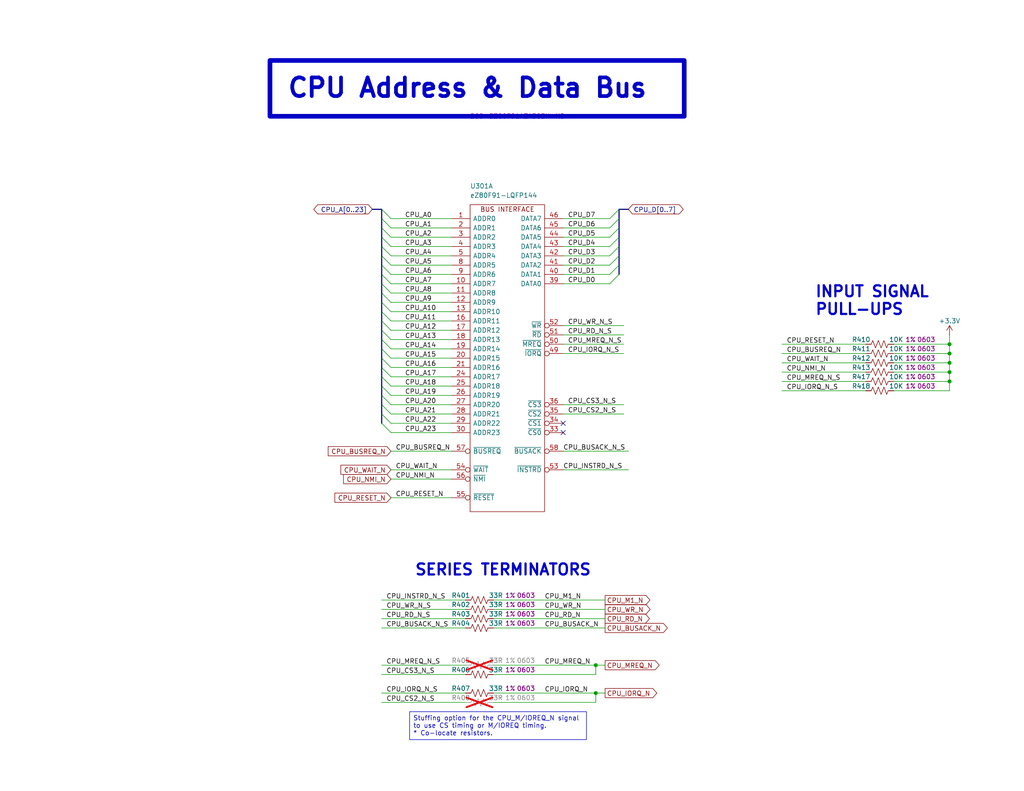
<source format=kicad_sch>
(kicad_sch
	(version 20231120)
	(generator "eeschema")
	(generator_version "8.0")
	(uuid "0a0634df-4ed2-48be-87f0-9d32ea04a486")
	(paper "USLetter")
	(title_block
		(title "SEWER")
		(date "2024-08-16")
		(rev "0")
		(company "Denno Wiggle")
		(comment 1 "CPU Address and Data Bus")
	)
	(lib_symbols
		(symbol "WTM:R_33R_5%_0805H_Horizontal1"
			(pin_numbers hide)
			(pin_names
				(offset 0)
			)
			(exclude_from_sim no)
			(in_bom yes)
			(on_board yes)
			(property "Reference" "R"
				(at -7.62 1.27 0)
				(do_not_autoplace)
				(effects
					(font
						(size 1.27 1.27)
					)
					(justify left)
				)
			)
			(property "Value" "33R"
				(at 2.54 1.27 0)
				(do_not_autoplace)
				(effects
					(font
						(size 1.27 1.27)
					)
					(justify left)
				)
			)
			(property "Footprint" "Resistor_SMD:R_0805_2012Metric_Pad1.20x1.40mm_HandSolder"
				(at 0 -12.7 0)
				(effects
					(font
						(size 1.27 1.27)
					)
					(hide yes)
				)
			)
			(property "Datasheet" "https://www.yageo.com/upload/media/product/productsearch/datasheet/rchip/PYu-RC_Group_51_RoHS_L_12.pdf"
				(at 0 -15.24 0)
				(effects
					(font
						(size 1.27 1.27)
					)
					(hide yes)
				)
			)
			(property "Description" "Resistor, US symbol"
				(at 0 -17.78 0)
				(effects
					(font
						(size 1.27 1.27)
					)
					(hide yes)
				)
			)
			(property "Tolerance" "5%"
				(at 2.54 -1.27 0)
				(do_not_autoplace)
				(effects
					(font
						(size 1.27 1.27)
					)
					(justify left)
				)
			)
			(property "Footprint2" "0805H"
				(at -8.89 -1.27 0)
				(do_not_autoplace)
				(effects
					(font
						(size 1.27 1.27)
					)
					(justify left)
				)
			)
			(property "MPN" "RC0805JR-0733RL"
				(at 0 -20.32 0)
				(effects
					(font
						(size 1.27 1.27)
					)
					(hide yes)
				)
			)
			(property "Manufacturer" "Yaego"
				(at 0 -25.4 0)
				(effects
					(font
						(size 1.27 1.27)
					)
					(hide yes)
				)
			)
			(property "Digikey" "311-33ARCT-ND"
				(at 0 -22.86 0)
				(effects
					(font
						(size 1.27 1.27)
					)
					(hide yes)
				)
			)
			(property "ki_keywords" "R res resistor"
				(at 0 0 0)
				(effects
					(font
						(size 1.27 1.27)
					)
					(hide yes)
				)
			)
			(property "ki_fp_filters" "R_*"
				(at 0 0 0)
				(effects
					(font
						(size 1.27 1.27)
					)
					(hide yes)
				)
			)
			(symbol "R_33R_5%_0805H_Horizontal1_0_1"
				(polyline
					(pts
						(xy -2.286 0) (xy -2.54 0)
					)
					(stroke
						(width 0)
						(type default)
					)
					(fill
						(type none)
					)
				)
				(polyline
					(pts
						(xy 2.286 0) (xy 2.54 0)
					)
					(stroke
						(width 0)
						(type default)
					)
					(fill
						(type none)
					)
				)
				(polyline
					(pts
						(xy -2.286 0) (xy -1.905 1.016) (xy -1.524 0) (xy -1.143 -1.016) (xy -0.762 0)
					)
					(stroke
						(width 0)
						(type default)
					)
					(fill
						(type none)
					)
				)
				(polyline
					(pts
						(xy -0.762 0) (xy -0.381 1.016) (xy 0 0) (xy 0.381 -1.016) (xy 0.762 0)
					)
					(stroke
						(width 0)
						(type default)
					)
					(fill
						(type none)
					)
				)
				(polyline
					(pts
						(xy 0.762 0) (xy 1.143 1.016) (xy 1.524 0) (xy 1.905 -1.016) (xy 2.286 0)
					)
					(stroke
						(width 0)
						(type default)
					)
					(fill
						(type none)
					)
				)
			)
			(symbol "R_33R_5%_0805H_Horizontal1_1_1"
				(pin passive line
					(at -3.81 0 0)
					(length 1.27)
					(name "~"
						(effects
							(font
								(size 1.27 1.27)
							)
						)
					)
					(number "1"
						(effects
							(font
								(size 1.27 1.27)
							)
						)
					)
				)
				(pin passive line
					(at 3.81 0 180)
					(length 1.27)
					(name "~"
						(effects
							(font
								(size 1.27 1.27)
							)
						)
					)
					(number "2"
						(effects
							(font
								(size 1.27 1.27)
							)
						)
					)
				)
			)
		)
		(symbol "WTM:eZ80F91-LQFP144"
			(pin_names
				(offset 0.762)
			)
			(exclude_from_sim no)
			(in_bom yes)
			(on_board yes)
			(property "Reference" "U"
				(at 0 3.81 0)
				(do_not_autoplace)
				(effects
					(font
						(size 1.27 1.27)
					)
					(justify left)
				)
			)
			(property "Value" "eZ80F91-LQFP144"
				(at 0 1.27 0)
				(do_not_autoplace)
				(effects
					(font
						(size 1.27 1.27)
					)
					(justify left)
				)
			)
			(property "Footprint" "Package_QFP:LQFP-144_20x20mm_P0.5mm"
				(at 0 8.89 0)
				(effects
					(font
						(size 1.27 1.27)
					)
					(justify left)
					(hide yes)
				)
			)
			(property "Datasheet" "https://www.zilog.com/docs/ez80acclaimplus/PS0270.pdf"
				(at 0 11.43 0)
				(effects
					(font
						(size 1.27 1.27)
					)
					(justify left)
					(hide yes)
				)
			)
			(property "Description" "Zilog 8/16-bit Microcontrollers - MCU 50/20MHz I/O -32, 2 UARTs w/ IrDA, I²C, SPI RAM 8k 256K flash"
				(at 0 21.59 0)
				(effects
					(font
						(size 1.27 1.27)
					)
					(justify left)
					(hide yes)
				)
			)
			(property "Height" "1.85"
				(at 0 19.05 0)
				(effects
					(font
						(size 1.27 1.27)
					)
					(justify left)
					(hide yes)
				)
			)
			(property "Manufacturer" "Zilog"
				(at 0 16.51 0)
				(effects
					(font
						(size 1.27 1.27)
					)
					(justify left)
					(hide yes)
				)
			)
			(property "MPN" "EZ80F91AZA50EK"
				(at 0 13.97 0)
				(effects
					(font
						(size 1.27 1.27)
					)
					(justify left)
					(hide yes)
				)
			)
			(property "LCSC Part #" "C3215893"
				(at 0 6.35 0)
				(effects
					(font
						(size 1.27 1.27)
					)
					(justify left)
					(hide yes)
				)
			)
			(property "Digikey" "269-EZ80F91AZA50EK-ND"
				(at 12.954 24.13 0)
				(effects
					(font
						(size 1.27 1.27)
					)
				)
			)
			(property "ki_locked" ""
				(at 0 0 0)
				(effects
					(font
						(size 1.27 1.27)
					)
				)
			)
			(symbol "eZ80F91-LQFP144_1_0"
				(pin bidirectional line
					(at -5.08 -3.81 0)
					(length 5.08)
					(name "ADDR0"
						(effects
							(font
								(size 1.27 1.27)
							)
						)
					)
					(number "1"
						(effects
							(font
								(size 1.27 1.27)
							)
						)
					)
				)
				(pin bidirectional line
					(at -5.08 -21.59 0)
					(length 5.08)
					(name "ADDR7"
						(effects
							(font
								(size 1.27 1.27)
							)
						)
					)
					(number "10"
						(effects
							(font
								(size 1.27 1.27)
							)
						)
					)
				)
				(pin bidirectional line
					(at -5.08 -24.13 0)
					(length 5.08)
					(name "ADDR8"
						(effects
							(font
								(size 1.27 1.27)
							)
						)
					)
					(number "11"
						(effects
							(font
								(size 1.27 1.27)
							)
						)
					)
				)
				(pin bidirectional line
					(at -5.08 -26.67 0)
					(length 5.08)
					(name "ADDR9"
						(effects
							(font
								(size 1.27 1.27)
							)
						)
					)
					(number "12"
						(effects
							(font
								(size 1.27 1.27)
							)
						)
					)
				)
				(pin bidirectional line
					(at -5.08 -29.21 0)
					(length 5.08)
					(name "ADDR10"
						(effects
							(font
								(size 1.27 1.27)
							)
						)
					)
					(number "13"
						(effects
							(font
								(size 1.27 1.27)
							)
						)
					)
				)
				(pin bidirectional line
					(at -5.08 -31.75 0)
					(length 5.08)
					(name "ADDR11"
						(effects
							(font
								(size 1.27 1.27)
							)
						)
					)
					(number "16"
						(effects
							(font
								(size 1.27 1.27)
							)
						)
					)
				)
				(pin bidirectional line
					(at -5.08 -34.29 0)
					(length 5.08)
					(name "ADDR12"
						(effects
							(font
								(size 1.27 1.27)
							)
						)
					)
					(number "17"
						(effects
							(font
								(size 1.27 1.27)
							)
						)
					)
				)
				(pin bidirectional line
					(at -5.08 -36.83 0)
					(length 5.08)
					(name "ADDR13"
						(effects
							(font
								(size 1.27 1.27)
							)
						)
					)
					(number "18"
						(effects
							(font
								(size 1.27 1.27)
							)
						)
					)
				)
				(pin bidirectional line
					(at -5.08 -39.37 0)
					(length 5.08)
					(name "ADDR14"
						(effects
							(font
								(size 1.27 1.27)
							)
						)
					)
					(number "19"
						(effects
							(font
								(size 1.27 1.27)
							)
						)
					)
				)
				(pin bidirectional line
					(at -5.08 -6.35 0)
					(length 5.08)
					(name "ADDR1"
						(effects
							(font
								(size 1.27 1.27)
							)
						)
					)
					(number "2"
						(effects
							(font
								(size 1.27 1.27)
							)
						)
					)
				)
				(pin bidirectional line
					(at -5.08 -41.91 0)
					(length 5.08)
					(name "ADDR15"
						(effects
							(font
								(size 1.27 1.27)
							)
						)
					)
					(number "20"
						(effects
							(font
								(size 1.27 1.27)
							)
						)
					)
				)
				(pin bidirectional line
					(at -5.08 -44.45 0)
					(length 5.08)
					(name "ADDR16"
						(effects
							(font
								(size 1.27 1.27)
							)
						)
					)
					(number "21"
						(effects
							(font
								(size 1.27 1.27)
							)
						)
					)
				)
				(pin bidirectional line
					(at -5.08 -46.99 0)
					(length 5.08)
					(name "ADDR17"
						(effects
							(font
								(size 1.27 1.27)
							)
						)
					)
					(number "24"
						(effects
							(font
								(size 1.27 1.27)
							)
						)
					)
				)
				(pin bidirectional line
					(at -5.08 -49.53 0)
					(length 5.08)
					(name "ADDR18"
						(effects
							(font
								(size 1.27 1.27)
							)
						)
					)
					(number "25"
						(effects
							(font
								(size 1.27 1.27)
							)
						)
					)
				)
				(pin bidirectional line
					(at -5.08 -52.07 0)
					(length 5.08)
					(name "ADDR19"
						(effects
							(font
								(size 1.27 1.27)
							)
						)
					)
					(number "26"
						(effects
							(font
								(size 1.27 1.27)
							)
						)
					)
				)
				(pin bidirectional line
					(at -5.08 -54.61 0)
					(length 5.08)
					(name "ADDR20"
						(effects
							(font
								(size 1.27 1.27)
							)
						)
					)
					(number "27"
						(effects
							(font
								(size 1.27 1.27)
							)
						)
					)
				)
				(pin bidirectional line
					(at -5.08 -57.15 0)
					(length 5.08)
					(name "ADDR21"
						(effects
							(font
								(size 1.27 1.27)
							)
						)
					)
					(number "28"
						(effects
							(font
								(size 1.27 1.27)
							)
						)
					)
				)
				(pin bidirectional line
					(at -5.08 -59.69 0)
					(length 5.08)
					(name "ADDR22"
						(effects
							(font
								(size 1.27 1.27)
							)
						)
					)
					(number "29"
						(effects
							(font
								(size 1.27 1.27)
							)
						)
					)
				)
				(pin bidirectional line
					(at -5.08 -8.89 0)
					(length 5.08)
					(name "ADDR2"
						(effects
							(font
								(size 1.27 1.27)
							)
						)
					)
					(number "3"
						(effects
							(font
								(size 1.27 1.27)
							)
						)
					)
				)
				(pin bidirectional line
					(at -5.08 -62.23 0)
					(length 5.08)
					(name "ADDR23"
						(effects
							(font
								(size 1.27 1.27)
							)
						)
					)
					(number "30"
						(effects
							(font
								(size 1.27 1.27)
							)
						)
					)
				)
				(pin output inverted
					(at 25.4 -62.23 180)
					(length 5.08)
					(name "~{CS0}"
						(effects
							(font
								(size 1.27 1.27)
							)
						)
					)
					(number "33"
						(effects
							(font
								(size 1.27 1.27)
							)
						)
					)
				)
				(pin output inverted
					(at 25.4 -59.69 180)
					(length 5.08)
					(name "~{CS1}"
						(effects
							(font
								(size 1.27 1.27)
							)
						)
					)
					(number "34"
						(effects
							(font
								(size 1.27 1.27)
							)
						)
					)
				)
				(pin output inverted
					(at 25.4 -57.15 180)
					(length 5.08)
					(name "~{CS2}"
						(effects
							(font
								(size 1.27 1.27)
							)
						)
					)
					(number "35"
						(effects
							(font
								(size 1.27 1.27)
							)
						)
					)
				)
				(pin output inverted
					(at 25.4 -54.61 180)
					(length 5.08)
					(name "~{CS3}"
						(effects
							(font
								(size 1.27 1.27)
							)
						)
					)
					(number "36"
						(effects
							(font
								(size 1.27 1.27)
							)
						)
					)
				)
				(pin bidirectional line
					(at 25.4 -21.59 180)
					(length 5.08)
					(name "DATA0"
						(effects
							(font
								(size 1.27 1.27)
							)
						)
					)
					(number "39"
						(effects
							(font
								(size 1.27 1.27)
							)
						)
					)
				)
				(pin bidirectional line
					(at -5.08 -11.43 0)
					(length 5.08)
					(name "ADDR3"
						(effects
							(font
								(size 1.27 1.27)
							)
						)
					)
					(number "4"
						(effects
							(font
								(size 1.27 1.27)
							)
						)
					)
				)
				(pin bidirectional line
					(at 25.4 -19.05 180)
					(length 5.08)
					(name "DATA1"
						(effects
							(font
								(size 1.27 1.27)
							)
						)
					)
					(number "40"
						(effects
							(font
								(size 1.27 1.27)
							)
						)
					)
				)
				(pin bidirectional line
					(at 25.4 -16.51 180)
					(length 5.08)
					(name "DATA2"
						(effects
							(font
								(size 1.27 1.27)
							)
						)
					)
					(number "41"
						(effects
							(font
								(size 1.27 1.27)
							)
						)
					)
				)
				(pin bidirectional line
					(at 25.4 -13.97 180)
					(length 5.08)
					(name "DATA3"
						(effects
							(font
								(size 1.27 1.27)
							)
						)
					)
					(number "42"
						(effects
							(font
								(size 1.27 1.27)
							)
						)
					)
				)
				(pin bidirectional line
					(at 25.4 -11.43 180)
					(length 5.08)
					(name "DATA4"
						(effects
							(font
								(size 1.27 1.27)
							)
						)
					)
					(number "43"
						(effects
							(font
								(size 1.27 1.27)
							)
						)
					)
				)
				(pin bidirectional line
					(at 25.4 -8.89 180)
					(length 5.08)
					(name "DATA5"
						(effects
							(font
								(size 1.27 1.27)
							)
						)
					)
					(number "44"
						(effects
							(font
								(size 1.27 1.27)
							)
						)
					)
				)
				(pin bidirectional line
					(at 25.4 -6.35 180)
					(length 5.08)
					(name "DATA6"
						(effects
							(font
								(size 1.27 1.27)
							)
						)
					)
					(number "45"
						(effects
							(font
								(size 1.27 1.27)
							)
						)
					)
				)
				(pin bidirectional line
					(at 25.4 -3.81 180)
					(length 5.08)
					(name "DATA7"
						(effects
							(font
								(size 1.27 1.27)
							)
						)
					)
					(number "46"
						(effects
							(font
								(size 1.27 1.27)
							)
						)
					)
				)
				(pin bidirectional inverted
					(at 25.4 -40.64 180)
					(length 5.08)
					(name "~{IORQ}"
						(effects
							(font
								(size 1.27 1.27)
							)
						)
					)
					(number "49"
						(effects
							(font
								(size 1.27 1.27)
							)
						)
					)
				)
				(pin bidirectional line
					(at -5.08 -13.97 0)
					(length 5.08)
					(name "ADDR4"
						(effects
							(font
								(size 1.27 1.27)
							)
						)
					)
					(number "5"
						(effects
							(font
								(size 1.27 1.27)
							)
						)
					)
				)
				(pin bidirectional inverted
					(at 25.4 -38.1 180)
					(length 5.08)
					(name "~{MREQ}"
						(effects
							(font
								(size 1.27 1.27)
							)
						)
					)
					(number "50"
						(effects
							(font
								(size 1.27 1.27)
							)
						)
					)
				)
				(pin output inverted
					(at 25.4 -35.56 180)
					(length 5.08)
					(name "~{RD}"
						(effects
							(font
								(size 1.27 1.27)
							)
						)
					)
					(number "51"
						(effects
							(font
								(size 1.27 1.27)
							)
						)
					)
				)
				(pin bidirectional inverted
					(at 25.4 -33.02 180)
					(length 5.08)
					(name "~{WR}"
						(effects
							(font
								(size 1.27 1.27)
							)
						)
					)
					(number "52"
						(effects
							(font
								(size 1.27 1.27)
							)
						)
					)
				)
				(pin output inverted
					(at 25.4 -72.39 180)
					(length 5.08)
					(name "~{INSTRD}"
						(effects
							(font
								(size 1.27 1.27)
							)
						)
					)
					(number "53"
						(effects
							(font
								(size 1.27 1.27)
							)
						)
					)
				)
				(pin input inverted
					(at -5.08 -72.39 0)
					(length 5.08)
					(name "~{WAIT}"
						(effects
							(font
								(size 1.27 1.27)
							)
						)
					)
					(number "54"
						(effects
							(font
								(size 1.27 1.27)
							)
						)
					)
				)
				(pin bidirectional inverted
					(at -5.08 -80.01 0)
					(length 5.08)
					(name "~{RESET}"
						(effects
							(font
								(size 1.27 1.27)
							)
						)
					)
					(number "55"
						(effects
							(font
								(size 1.27 1.27)
							)
						)
					)
				)
				(pin input inverted
					(at -5.08 -74.93 0)
					(length 5.08)
					(name "~{NMI}"
						(effects
							(font
								(size 1.27 1.27)
							)
						)
					)
					(number "56"
						(effects
							(font
								(size 1.27 1.27)
							)
						)
					)
				)
				(pin input inverted
					(at -5.08 -67.31 0)
					(length 5.08)
					(name "~{BUSREQ}"
						(effects
							(font
								(size 1.27 1.27)
							)
						)
					)
					(number "57"
						(effects
							(font
								(size 1.27 1.27)
							)
						)
					)
				)
				(pin output inverted
					(at 25.4 -67.31 180)
					(length 5.08)
					(name "~{BUSACK}"
						(effects
							(font
								(size 1.27 1.27)
							)
						)
					)
					(number "58"
						(effects
							(font
								(size 1.27 1.27)
							)
						)
					)
				)
				(pin bidirectional line
					(at -5.08 -16.51 0)
					(length 5.08)
					(name "ADDR5"
						(effects
							(font
								(size 1.27 1.27)
							)
						)
					)
					(number "8"
						(effects
							(font
								(size 1.27 1.27)
							)
						)
					)
				)
				(pin bidirectional line
					(at -5.08 -19.05 0)
					(length 5.08)
					(name "ADDR6"
						(effects
							(font
								(size 1.27 1.27)
							)
						)
					)
					(number "9"
						(effects
							(font
								(size 1.27 1.27)
							)
						)
					)
				)
			)
			(symbol "eZ80F91-LQFP144_1_1"
				(rectangle
					(start 0 0)
					(end 20.32 -83.82)
					(stroke
						(width 0)
						(type default)
					)
					(fill
						(type none)
					)
				)
				(text "BUS INTERFACE"
					(at 10.16 -1.27 0)
					(effects
						(font
							(size 1.27 1.27)
						)
					)
				)
			)
			(symbol "eZ80F91-LQFP144_2_0"
				(pin bidirectional line
					(at -5.08 -27.94 0)
					(length 5.08)
					(name "PB0/IC0/EC0"
						(effects
							(font
								(size 1.27 1.27)
							)
						)
					)
					(number "100"
						(effects
							(font
								(size 1.27 1.27)
							)
						)
					)
				)
				(pin bidirectional line
					(at -5.08 -30.48 0)
					(length 5.08)
					(name "PB1/IC1"
						(effects
							(font
								(size 1.27 1.27)
							)
						)
					)
					(number "101"
						(effects
							(font
								(size 1.27 1.27)
							)
						)
					)
				)
				(pin bidirectional line
					(at -5.08 -33.02 0)
					(length 5.08)
					(name "PB2/SS"
						(effects
							(font
								(size 1.27 1.27)
							)
						)
					)
					(number "102"
						(effects
							(font
								(size 1.27 1.27)
							)
						)
					)
				)
				(pin bidirectional line
					(at -5.08 -35.56 0)
					(length 5.08)
					(name "PB3/SCK"
						(effects
							(font
								(size 1.27 1.27)
							)
						)
					)
					(number "103"
						(effects
							(font
								(size 1.27 1.27)
							)
						)
					)
				)
				(pin bidirectional line
					(at -5.08 -38.1 0)
					(length 5.08)
					(name "PB4/IC2"
						(effects
							(font
								(size 1.27 1.27)
							)
						)
					)
					(number "104"
						(effects
							(font
								(size 1.27 1.27)
							)
						)
					)
				)
				(pin bidirectional line
					(at -5.08 -40.64 0)
					(length 5.08)
					(name "PB5/IC3"
						(effects
							(font
								(size 1.27 1.27)
							)
						)
					)
					(number "105"
						(effects
							(font
								(size 1.27 1.27)
							)
						)
					)
				)
				(pin bidirectional line
					(at -5.08 -43.18 0)
					(length 5.08)
					(name "PB6/MISO"
						(effects
							(font
								(size 1.27 1.27)
							)
						)
					)
					(number "106"
						(effects
							(font
								(size 1.27 1.27)
							)
						)
					)
				)
				(pin bidirectional line
					(at -5.08 -45.72 0)
					(length 5.08)
					(name "PB7/MOSI"
						(effects
							(font
								(size 1.27 1.27)
							)
						)
					)
					(number "107"
						(effects
							(font
								(size 1.27 1.27)
							)
						)
					)
				)
				(pin bidirectional line
					(at 39.37 -57.15 180)
					(length 5.08)
					(name "SDA"
						(effects
							(font
								(size 1.27 1.27)
							)
						)
					)
					(number "109"
						(effects
							(font
								(size 1.27 1.27)
							)
						)
					)
				)
				(pin bidirectional line
					(at 39.37 -54.61 180)
					(length 5.08)
					(name "SCL"
						(effects
							(font
								(size 1.27 1.27)
							)
						)
					)
					(number "110"
						(effects
							(font
								(size 1.27 1.27)
							)
						)
					)
				)
				(pin bidirectional line
					(at -5.08 -3.81 0)
					(length 5.08)
					(name "PA0/PWM0/OC0"
						(effects
							(font
								(size 1.27 1.27)
							)
						)
					)
					(number "114"
						(effects
							(font
								(size 1.27 1.27)
							)
						)
					)
				)
				(pin bidirectional line
					(at -5.08 -6.35 0)
					(length 5.08)
					(name "PA1/PWM1/OC1"
						(effects
							(font
								(size 1.27 1.27)
							)
						)
					)
					(number "115"
						(effects
							(font
								(size 1.27 1.27)
							)
						)
					)
				)
				(pin bidirectional line
					(at -5.08 -8.89 0)
					(length 5.08)
					(name "PA2/PWM2/OC2"
						(effects
							(font
								(size 1.27 1.27)
							)
						)
					)
					(number "116"
						(effects
							(font
								(size 1.27 1.27)
							)
						)
					)
				)
				(pin bidirectional line
					(at -5.08 -11.43 0)
					(length 5.08)
					(name "PA3/PWM3/OC3"
						(effects
							(font
								(size 1.27 1.27)
							)
						)
					)
					(number "117"
						(effects
							(font
								(size 1.27 1.27)
							)
						)
					)
				)
				(pin bidirectional line
					(at -5.08 -13.97 0)
					(length 5.08)
					(name "PA4/PWM0/TOUT0"
						(effects
							(font
								(size 1.27 1.27)
							)
						)
					)
					(number "118"
						(effects
							(font
								(size 1.27 1.27)
							)
						)
					)
				)
				(pin bidirectional line
					(at -5.08 -16.51 0)
					(length 5.08)
					(name "PA5"
						(effects
							(font
								(size 1.27 1.27)
							)
						)
					)
					(number "119"
						(effects
							(font
								(size 1.27 1.27)
							)
						)
					)
				)
				(pin bidirectional line
					(at -5.08 -19.05 0)
					(length 5.08)
					(name "PA6/PWM2/EC1"
						(effects
							(font
								(size 1.27 1.27)
							)
						)
					)
					(number "120"
						(effects
							(font
								(size 1.27 1.27)
							)
						)
					)
				)
				(pin bidirectional line
					(at -5.08 -21.59 0)
					(length 5.08)
					(name "PA7/PWM3"
						(effects
							(font
								(size 1.27 1.27)
							)
						)
					)
					(number "121"
						(effects
							(font
								(size 1.27 1.27)
							)
						)
					)
				)
				(pin input line
					(at -5.08 -54.61 0)
					(length 5.08)
					(name "RTC_XIN"
						(effects
							(font
								(size 1.27 1.27)
							)
						)
					)
					(number "61"
						(effects
							(font
								(size 1.27 1.27)
							)
						)
					)
				)
				(pin bidirectional line
					(at -5.08 -57.15 0)
					(length 5.08)
					(name "RTC_XOUT"
						(effects
							(font
								(size 1.27 1.27)
							)
						)
					)
					(number "62"
						(effects
							(font
								(size 1.27 1.27)
							)
						)
					)
				)
				(pin power_in line
					(at -5.08 -50.8 0)
					(length 5.08)
					(name "RTC_VDD"
						(effects
							(font
								(size 1.27 1.27)
							)
						)
					)
					(number "63"
						(effects
							(font
								(size 1.27 1.27)
							)
						)
					)
				)
				(pin bidirectional line
					(at 39.37 -27.94 180)
					(length 5.08)
					(name "PD0/TXD0/IR_TXD"
						(effects
							(font
								(size 1.27 1.27)
							)
						)
					)
					(number "73"
						(effects
							(font
								(size 1.27 1.27)
							)
						)
					)
				)
				(pin bidirectional line
					(at 39.37 -30.48 180)
					(length 5.08)
					(name "PD1/RXD0/IR_RXD"
						(effects
							(font
								(size 1.27 1.27)
							)
						)
					)
					(number "74"
						(effects
							(font
								(size 1.27 1.27)
							)
						)
					)
				)
				(pin bidirectional line
					(at 39.37 -33.02 180)
					(length 5.08)
					(name "PD2/RTS0"
						(effects
							(font
								(size 1.27 1.27)
							)
						)
					)
					(number "75"
						(effects
							(font
								(size 1.27 1.27)
							)
						)
					)
				)
				(pin bidirectional line
					(at 39.37 -35.56 180)
					(length 5.08)
					(name "PD3/CTS0"
						(effects
							(font
								(size 1.27 1.27)
							)
						)
					)
					(number "76"
						(effects
							(font
								(size 1.27 1.27)
							)
						)
					)
				)
				(pin bidirectional line
					(at 39.37 -38.1 180)
					(length 5.08)
					(name "PD4/DTR0"
						(effects
							(font
								(size 1.27 1.27)
							)
						)
					)
					(number "77"
						(effects
							(font
								(size 1.27 1.27)
							)
						)
					)
				)
				(pin bidirectional line
					(at 39.37 -40.64 180)
					(length 5.08)
					(name "PD5/DSR0"
						(effects
							(font
								(size 1.27 1.27)
							)
						)
					)
					(number "78"
						(effects
							(font
								(size 1.27 1.27)
							)
						)
					)
				)
				(pin bidirectional line
					(at 39.37 -43.18 180)
					(length 5.08)
					(name "PD6/DCD0"
						(effects
							(font
								(size 1.27 1.27)
							)
						)
					)
					(number "79"
						(effects
							(font
								(size 1.27 1.27)
							)
						)
					)
				)
				(pin bidirectional line
					(at 39.37 -45.72 180)
					(length 5.08)
					(name "PD7/RI0"
						(effects
							(font
								(size 1.27 1.27)
							)
						)
					)
					(number "80"
						(effects
							(font
								(size 1.27 1.27)
							)
						)
					)
				)
				(pin bidirectional line
					(at 39.37 -3.81 180)
					(length 5.08)
					(name "PC0/TXD1"
						(effects
							(font
								(size 1.27 1.27)
							)
						)
					)
					(number "90"
						(effects
							(font
								(size 1.27 1.27)
							)
						)
					)
				)
				(pin bidirectional line
					(at 39.37 -6.35 180)
					(length 5.08)
					(name "PC1/RXD1"
						(effects
							(font
								(size 1.27 1.27)
							)
						)
					)
					(number "91"
						(effects
							(font
								(size 1.27 1.27)
							)
						)
					)
				)
				(pin bidirectional line
					(at 39.37 -8.89 180)
					(length 5.08)
					(name "PC2/RTS1"
						(effects
							(font
								(size 1.27 1.27)
							)
						)
					)
					(number "92"
						(effects
							(font
								(size 1.27 1.27)
							)
						)
					)
				)
				(pin bidirectional line
					(at 39.37 -11.43 180)
					(length 5.08)
					(name "PC3/CTS1"
						(effects
							(font
								(size 1.27 1.27)
							)
						)
					)
					(number "93"
						(effects
							(font
								(size 1.27 1.27)
							)
						)
					)
				)
				(pin bidirectional line
					(at 39.37 -13.97 180)
					(length 5.08)
					(name "PC4/DTR1"
						(effects
							(font
								(size 1.27 1.27)
							)
						)
					)
					(number "94"
						(effects
							(font
								(size 1.27 1.27)
							)
						)
					)
				)
				(pin bidirectional line
					(at 39.37 -16.51 180)
					(length 5.08)
					(name "PC5/DSR1"
						(effects
							(font
								(size 1.27 1.27)
							)
						)
					)
					(number "95"
						(effects
							(font
								(size 1.27 1.27)
							)
						)
					)
				)
				(pin bidirectional line
					(at 39.37 -19.05 180)
					(length 5.08)
					(name "PC6/DCD1"
						(effects
							(font
								(size 1.27 1.27)
							)
						)
					)
					(number "96"
						(effects
							(font
								(size 1.27 1.27)
							)
						)
					)
				)
				(pin bidirectional line
					(at 39.37 -21.59 180)
					(length 5.08)
					(name "PC7/RI1"
						(effects
							(font
								(size 1.27 1.27)
							)
						)
					)
					(number "97"
						(effects
							(font
								(size 1.27 1.27)
							)
						)
					)
				)
			)
			(symbol "eZ80F91-LQFP144_2_1"
				(rectangle
					(start 0 0)
					(end 34.29 -60.96)
					(stroke
						(width 0)
						(type default)
					)
					(fill
						(type none)
					)
				)
				(text "GPIO"
					(at 16.51 -1.27 0)
					(effects
						(font
							(size 1.27 1.27)
						)
					)
				)
			)
			(symbol "eZ80F91-LQFP144_3_0"
				(pin input line
					(at 22.86 -27.94 180)
					(length 5.08)
					(name "CRS"
						(effects
							(font
								(size 1.27 1.27)
							)
						)
					)
					(number "124"
						(effects
							(font
								(size 1.27 1.27)
							)
						)
					)
				)
				(pin input line
					(at 22.86 -25.4 180)
					(length 5.08)
					(name "COL"
						(effects
							(font
								(size 1.27 1.27)
							)
						)
					)
					(number "125"
						(effects
							(font
								(size 1.27 1.27)
							)
						)
					)
				)
				(pin output line
					(at 22.86 -19.05 180)
					(length 5.08)
					(name "TXD3"
						(effects
							(font
								(size 1.27 1.27)
							)
						)
					)
					(number "126"
						(effects
							(font
								(size 1.27 1.27)
							)
						)
					)
				)
				(pin output line
					(at 22.86 -16.51 180)
					(length 5.08)
					(name "TXD2"
						(effects
							(font
								(size 1.27 1.27)
							)
						)
					)
					(number "127"
						(effects
							(font
								(size 1.27 1.27)
							)
						)
					)
				)
				(pin output line
					(at 22.86 -13.97 180)
					(length 5.08)
					(name "TXD1"
						(effects
							(font
								(size 1.27 1.27)
							)
						)
					)
					(number "128"
						(effects
							(font
								(size 1.27 1.27)
							)
						)
					)
				)
				(pin output line
					(at 22.86 -11.43 180)
					(length 5.08)
					(name "TXD0"
						(effects
							(font
								(size 1.27 1.27)
							)
						)
					)
					(number "129"
						(effects
							(font
								(size 1.27 1.27)
							)
						)
					)
				)
				(pin output line
					(at 22.86 -8.89 180)
					(length 5.08)
					(name "TX_EN"
						(effects
							(font
								(size 1.27 1.27)
							)
						)
					)
					(number "130"
						(effects
							(font
								(size 1.27 1.27)
							)
						)
					)
				)
				(pin input line
					(at 22.86 -6.35 180)
					(length 5.08)
					(name "TX_CLK"
						(effects
							(font
								(size 1.27 1.27)
							)
						)
					)
					(number "131"
						(effects
							(font
								(size 1.27 1.27)
							)
						)
					)
				)
				(pin output line
					(at 22.86 -3.81 180)
					(length 5.08)
					(name "TX_ER"
						(effects
							(font
								(size 1.27 1.27)
							)
						)
					)
					(number "132"
						(effects
							(font
								(size 1.27 1.27)
							)
						)
					)
				)
				(pin input line
					(at -5.08 -3.81 0)
					(length 5.08)
					(name "RX_ER"
						(effects
							(font
								(size 1.27 1.27)
							)
						)
					)
					(number "135"
						(effects
							(font
								(size 1.27 1.27)
							)
						)
					)
				)
				(pin input line
					(at -5.08 -6.35 0)
					(length 5.08)
					(name "RX_CLK"
						(effects
							(font
								(size 1.27 1.27)
							)
						)
					)
					(number "136"
						(effects
							(font
								(size 1.27 1.27)
							)
						)
					)
				)
				(pin input line
					(at -5.08 -8.89 0)
					(length 5.08)
					(name "RX_DV"
						(effects
							(font
								(size 1.27 1.27)
							)
						)
					)
					(number "137"
						(effects
							(font
								(size 1.27 1.27)
							)
						)
					)
				)
				(pin input line
					(at -5.08 -11.43 0)
					(length 5.08)
					(name "RXD0"
						(effects
							(font
								(size 1.27 1.27)
							)
						)
					)
					(number "138"
						(effects
							(font
								(size 1.27 1.27)
							)
						)
					)
				)
				(pin input line
					(at -5.08 -13.97 0)
					(length 5.08)
					(name "RXD1"
						(effects
							(font
								(size 1.27 1.27)
							)
						)
					)
					(number "139"
						(effects
							(font
								(size 1.27 1.27)
							)
						)
					)
				)
				(pin input line
					(at -5.08 -16.51 0)
					(length 5.08)
					(name "RXD2"
						(effects
							(font
								(size 1.27 1.27)
							)
						)
					)
					(number "140"
						(effects
							(font
								(size 1.27 1.27)
							)
						)
					)
				)
				(pin input line
					(at -5.08 -19.05 0)
					(length 5.08)
					(name "RXD3"
						(effects
							(font
								(size 1.27 1.27)
							)
						)
					)
					(number "141"
						(effects
							(font
								(size 1.27 1.27)
							)
						)
					)
				)
				(pin output line
					(at -5.08 -25.4 0)
					(length 5.08)
					(name "MDC"
						(effects
							(font
								(size 1.27 1.27)
							)
						)
					)
					(number "142"
						(effects
							(font
								(size 1.27 1.27)
							)
						)
					)
				)
				(pin bidirectional line
					(at -5.08 -27.94 0)
					(length 5.08)
					(name "MDIO"
						(effects
							(font
								(size 1.27 1.27)
							)
						)
					)
					(number "143"
						(effects
							(font
								(size 1.27 1.27)
							)
						)
					)
				)
			)
			(symbol "eZ80F91-LQFP144_3_1"
				(rectangle
					(start 0 0)
					(end 17.78 -36.83)
					(stroke
						(width 0)
						(type default)
					)
					(fill
						(type none)
					)
				)
				(text "MII INTERFACE"
					(at 8.89 -1.27 0)
					(effects
						(font
							(size 1.27 1.27)
						)
					)
				)
			)
			(symbol "eZ80F91-LQFP144_4_0"
				(pin power_in line
					(at 26.67 -34.29 180)
					(length 5.08)
					(name "VSS_13"
						(effects
							(font
								(size 1.27 1.27)
							)
						)
					)
					(number "108"
						(effects
							(font
								(size 1.27 1.27)
							)
						)
					)
				)
				(pin output clock
					(at 26.67 -58.42 180)
					(length 5.08)
					(name "PHI"
						(effects
							(font
								(size 1.27 1.27)
							)
						)
					)
					(number "111"
						(effects
							(font
								(size 1.27 1.27)
							)
						)
					)
				)
				(pin power_in line
					(at -5.08 -29.21 0)
					(length 5.08)
					(name "VDD_11"
						(effects
							(font
								(size 1.27 1.27)
							)
						)
					)
					(number "112"
						(effects
							(font
								(size 1.27 1.27)
							)
						)
					)
				)
				(pin power_in line
					(at 26.67 -36.83 180)
					(length 5.08)
					(name "VSS_14"
						(effects
							(font
								(size 1.27 1.27)
							)
						)
					)
					(number "113"
						(effects
							(font
								(size 1.27 1.27)
							)
						)
					)
				)
				(pin power_in line
					(at -5.08 -31.75 0)
					(length 5.08)
					(name "VDD_12"
						(effects
							(font
								(size 1.27 1.27)
							)
						)
					)
					(number "122"
						(effects
							(font
								(size 1.27 1.27)
							)
						)
					)
				)
				(pin power_in line
					(at 26.67 -39.37 180)
					(length 5.08)
					(name "VSS_15"
						(effects
							(font
								(size 1.27 1.27)
							)
						)
					)
					(number "123"
						(effects
							(font
								(size 1.27 1.27)
							)
						)
					)
				)
				(pin power_in line
					(at -5.08 -34.29 0)
					(length 5.08)
					(name "VDD_13"
						(effects
							(font
								(size 1.27 1.27)
							)
						)
					)
					(number "133"
						(effects
							(font
								(size 1.27 1.27)
							)
						)
					)
				)
				(pin power_in line
					(at 26.67 -41.91 180)
					(length 5.08)
					(name "VSS_16"
						(effects
							(font
								(size 1.27 1.27)
							)
						)
					)
					(number "134"
						(effects
							(font
								(size 1.27 1.27)
							)
						)
					)
				)
				(pin power_in line
					(at -5.08 -6.35 0)
					(length 5.08)
					(name "VDD_2"
						(effects
							(font
								(size 1.27 1.27)
							)
						)
					)
					(number "14"
						(effects
							(font
								(size 1.27 1.27)
							)
						)
					)
				)
				(pin power_in line
					(at 26.67 -6.35 180)
					(length 5.08)
					(name "VSS_2"
						(effects
							(font
								(size 1.27 1.27)
							)
						)
					)
					(number "15"
						(effects
							(font
								(size 1.27 1.27)
							)
						)
					)
				)
				(pin power_in line
					(at -5.08 -8.89 0)
					(length 5.08)
					(name "VDD_3"
						(effects
							(font
								(size 1.27 1.27)
							)
						)
					)
					(number "22"
						(effects
							(font
								(size 1.27 1.27)
							)
						)
					)
				)
				(pin power_in line
					(at 26.67 -8.89 180)
					(length 5.08)
					(name "VSS_3"
						(effects
							(font
								(size 1.27 1.27)
							)
						)
					)
					(number "23"
						(effects
							(font
								(size 1.27 1.27)
							)
						)
					)
				)
				(pin power_in line
					(at -5.08 -11.43 0)
					(length 5.08)
					(name "VDD_4"
						(effects
							(font
								(size 1.27 1.27)
							)
						)
					)
					(number "31"
						(effects
							(font
								(size 1.27 1.27)
							)
						)
					)
				)
				(pin power_in line
					(at 26.67 -11.43 180)
					(length 5.08)
					(name "VSS_4"
						(effects
							(font
								(size 1.27 1.27)
							)
						)
					)
					(number "32"
						(effects
							(font
								(size 1.27 1.27)
							)
						)
					)
				)
				(pin power_in line
					(at -5.08 -13.97 0)
					(length 5.08)
					(name "VDD_5"
						(effects
							(font
								(size 1.27 1.27)
							)
						)
					)
					(number "37"
						(effects
							(font
								(size 1.27 1.27)
							)
						)
					)
				)
				(pin power_in line
					(at 26.67 -13.97 180)
					(length 5.08)
					(name "VSS_5"
						(effects
							(font
								(size 1.27 1.27)
							)
						)
					)
					(number "38"
						(effects
							(font
								(size 1.27 1.27)
							)
						)
					)
				)
				(pin power_in line
					(at -5.08 -16.51 0)
					(length 5.08)
					(name "VDD_6"
						(effects
							(font
								(size 1.27 1.27)
							)
						)
					)
					(number "47"
						(effects
							(font
								(size 1.27 1.27)
							)
						)
					)
				)
				(pin power_in line
					(at 26.67 -16.51 180)
					(length 5.08)
					(name "VSS_6"
						(effects
							(font
								(size 1.27 1.27)
							)
						)
					)
					(number "48"
						(effects
							(font
								(size 1.27 1.27)
							)
						)
					)
				)
				(pin power_in line
					(at -5.08 -19.05 0)
					(length 5.08)
					(name "VDD_7"
						(effects
							(font
								(size 1.27 1.27)
							)
						)
					)
					(number "59"
						(effects
							(font
								(size 1.27 1.27)
							)
						)
					)
				)
				(pin power_in line
					(at -5.08 -3.81 0)
					(length 5.08)
					(name "VDD_1"
						(effects
							(font
								(size 1.27 1.27)
							)
						)
					)
					(number "6"
						(effects
							(font
								(size 1.27 1.27)
							)
						)
					)
				)
				(pin power_in line
					(at 26.67 -19.05 180)
					(length 5.08)
					(name "VSS_7"
						(effects
							(font
								(size 1.27 1.27)
							)
						)
					)
					(number "60"
						(effects
							(font
								(size 1.27 1.27)
							)
						)
					)
				)
				(pin power_in line
					(at 26.67 -21.59 180)
					(length 5.08)
					(name "VSS_8"
						(effects
							(font
								(size 1.27 1.27)
							)
						)
					)
					(number "64"
						(effects
							(font
								(size 1.27 1.27)
							)
						)
					)
				)
				(pin power_in line
					(at 26.67 -3.81 180)
					(length 5.08)
					(name "VSS_1"
						(effects
							(font
								(size 1.27 1.27)
							)
						)
					)
					(number "7"
						(effects
							(font
								(size 1.27 1.27)
							)
						)
					)
				)
				(pin power_in line
					(at 26.67 -24.13 180)
					(length 5.08)
					(name "VSS_9"
						(effects
							(font
								(size 1.27 1.27)
							)
						)
					)
					(number "72"
						(effects
							(font
								(size 1.27 1.27)
							)
						)
					)
				)
				(pin power_in line
					(at -5.08 -21.59 0)
					(length 5.08)
					(name "VDD_8"
						(effects
							(font
								(size 1.27 1.27)
							)
						)
					)
					(number "81"
						(effects
							(font
								(size 1.27 1.27)
							)
						)
					)
				)
				(pin power_in line
					(at 26.67 -26.67 180)
					(length 5.08)
					(name "VSS_10"
						(effects
							(font
								(size 1.27 1.27)
							)
						)
					)
					(number "82"
						(effects
							(font
								(size 1.27 1.27)
							)
						)
					)
				)
				(pin bidirectional line
					(at 26.67 -49.53 180)
					(length 5.08)
					(name "LOOP_FILT"
						(effects
							(font
								(size 1.27 1.27)
							)
						)
					)
					(number "83"
						(effects
							(font
								(size 1.27 1.27)
							)
						)
					)
				)
				(pin power_in line
					(at 26.67 -46.99 180)
					(length 5.08)
					(name "PLL_VSS"
						(effects
							(font
								(size 1.27 1.27)
							)
						)
					)
					(number "84"
						(effects
							(font
								(size 1.27 1.27)
							)
						)
					)
				)
				(pin output clock
					(at -5.08 -55.88 0)
					(length 5.08)
					(name "XOUT"
						(effects
							(font
								(size 1.27 1.27)
							)
						)
					)
					(number "85"
						(effects
							(font
								(size 1.27 1.27)
							)
						)
					)
				)
				(pin input clock
					(at -5.08 -58.42 0)
					(length 5.08)
					(name "XIN"
						(effects
							(font
								(size 1.27 1.27)
							)
						)
					)
					(number "86"
						(effects
							(font
								(size 1.27 1.27)
							)
						)
					)
				)
				(pin power_in line
					(at -5.08 -46.99 0)
					(length 5.08)
					(name "PLL_VDD"
						(effects
							(font
								(size 1.27 1.27)
							)
						)
					)
					(number "87"
						(effects
							(font
								(size 1.27 1.27)
							)
						)
					)
				)
				(pin power_in line
					(at -5.08 -24.13 0)
					(length 5.08)
					(name "VDD_9"
						(effects
							(font
								(size 1.27 1.27)
							)
						)
					)
					(number "88"
						(effects
							(font
								(size 1.27 1.27)
							)
						)
					)
				)
				(pin power_in line
					(at 26.67 -29.21 180)
					(length 5.08)
					(name "VSS_11"
						(effects
							(font
								(size 1.27 1.27)
							)
						)
					)
					(number "89"
						(effects
							(font
								(size 1.27 1.27)
							)
						)
					)
				)
				(pin power_in line
					(at -5.08 -26.67 0)
					(length 5.08)
					(name "VDD_10"
						(effects
							(font
								(size 1.27 1.27)
							)
						)
					)
					(number "98"
						(effects
							(font
								(size 1.27 1.27)
							)
						)
					)
				)
				(pin power_in line
					(at 26.67 -31.75 180)
					(length 5.08)
					(name "VSS_12"
						(effects
							(font
								(size 1.27 1.27)
							)
						)
					)
					(number "99"
						(effects
							(font
								(size 1.27 1.27)
							)
						)
					)
				)
			)
			(symbol "eZ80F91-LQFP144_4_1"
				(rectangle
					(start 0 0)
					(end 21.59 -62.23)
					(stroke
						(width 0)
						(type default)
					)
					(fill
						(type none)
					)
				)
				(text "POWER & OSC"
					(at 10.16 -1.27 0)
					(effects
						(font
							(size 1.27 1.27)
						)
					)
				)
			)
			(symbol "eZ80F91-LQFP144_5_0"
				(pin input inverted
					(at 17.78 -3.81 180)
					(length 5.08)
					(name "~{WP}"
						(effects
							(font
								(size 1.27 1.27)
							)
						)
					)
					(number "144"
						(effects
							(font
								(size 1.27 1.27)
							)
						)
					)
				)
				(pin output inverted
					(at 17.78 -21.59 180)
					(length 5.08)
					(name "~{HALT_SLP}"
						(effects
							(font
								(size 1.27 1.27)
							)
						)
					)
					(number "65"
						(effects
							(font
								(size 1.27 1.27)
							)
						)
					)
				)
				(pin input line
					(at -5.08 -3.81 0)
					(length 5.08)
					(name "TMS"
						(effects
							(font
								(size 1.27 1.27)
							)
						)
					)
					(number "66"
						(effects
							(font
								(size 1.27 1.27)
							)
						)
					)
				)
				(pin input line
					(at -5.08 -6.35 0)
					(length 5.08)
					(name "TCK"
						(effects
							(font
								(size 1.27 1.27)
							)
						)
					)
					(number "67"
						(effects
							(font
								(size 1.27 1.27)
							)
						)
					)
				)
				(pin output line
					(at 17.78 -15.24 180)
					(length 5.08)
					(name "TRIGOUT"
						(effects
							(font
								(size 1.27 1.27)
							)
						)
					)
					(number "68"
						(effects
							(font
								(size 1.27 1.27)
							)
						)
					)
				)
				(pin bidirectional line
					(at -5.08 -8.89 0)
					(length 5.08)
					(name "TDI"
						(effects
							(font
								(size 1.27 1.27)
							)
						)
					)
					(number "69"
						(effects
							(font
								(size 1.27 1.27)
							)
						)
					)
				)
				(pin output line
					(at 17.78 -8.89 180)
					(length 5.08)
					(name "TDO"
						(effects
							(font
								(size 1.27 1.27)
							)
						)
					)
					(number "70"
						(effects
							(font
								(size 1.27 1.27)
							)
						)
					)
				)
				(pin input inverted
					(at -5.08 -11.43 0)
					(length 5.08)
					(name "~{TRST}"
						(effects
							(font
								(size 1.27 1.27)
							)
						)
					)
					(number "71"
						(effects
							(font
								(size 1.27 1.27)
							)
						)
					)
				)
			)
			(symbol "eZ80F91-LQFP144_5_1"
				(rectangle
					(start 0 0)
					(end 12.7 -25.4)
					(stroke
						(width 0)
						(type default)
					)
					(fill
						(type none)
					)
				)
				(text "ZDI"
					(at 6.35 -1.27 0)
					(effects
						(font
							(size 1.27 1.27)
						)
					)
				)
			)
		)
		(symbol "power:+3.3V"
			(power)
			(pin_numbers hide)
			(pin_names
				(offset 0) hide)
			(exclude_from_sim no)
			(in_bom yes)
			(on_board yes)
			(property "Reference" "#PWR"
				(at 0 -3.81 0)
				(effects
					(font
						(size 1.27 1.27)
					)
					(hide yes)
				)
			)
			(property "Value" "+3.3V"
				(at 0 3.556 0)
				(effects
					(font
						(size 1.27 1.27)
					)
				)
			)
			(property "Footprint" ""
				(at 0 0 0)
				(effects
					(font
						(size 1.27 1.27)
					)
					(hide yes)
				)
			)
			(property "Datasheet" ""
				(at 0 0 0)
				(effects
					(font
						(size 1.27 1.27)
					)
					(hide yes)
				)
			)
			(property "Description" "Power symbol creates a global label with name \"+3.3V\""
				(at 0 0 0)
				(effects
					(font
						(size 1.27 1.27)
					)
					(hide yes)
				)
			)
			(property "ki_keywords" "global power"
				(at 0 0 0)
				(effects
					(font
						(size 1.27 1.27)
					)
					(hide yes)
				)
			)
			(symbol "+3.3V_0_1"
				(polyline
					(pts
						(xy -0.762 1.27) (xy 0 2.54)
					)
					(stroke
						(width 0)
						(type default)
					)
					(fill
						(type none)
					)
				)
				(polyline
					(pts
						(xy 0 0) (xy 0 2.54)
					)
					(stroke
						(width 0)
						(type default)
					)
					(fill
						(type none)
					)
				)
				(polyline
					(pts
						(xy 0 2.54) (xy 0.762 1.27)
					)
					(stroke
						(width 0)
						(type default)
					)
					(fill
						(type none)
					)
				)
			)
			(symbol "+3.3V_1_1"
				(pin power_in line
					(at 0 0 90)
					(length 0)
					(name "~"
						(effects
							(font
								(size 1.27 1.27)
							)
						)
					)
					(number "1"
						(effects
							(font
								(size 1.27 1.27)
							)
						)
					)
				)
			)
		)
	)
	(junction
		(at 259.08 101.6)
		(diameter 0)
		(color 0 0 0 0)
		(uuid "122696d8-8dd1-4e10-ae12-ddd274717032")
	)
	(junction
		(at 162.56 181.61)
		(diameter 0)
		(color 0 0 0 0)
		(uuid "29036b58-7dc0-472e-bd84-88610d4f885f")
	)
	(junction
		(at 162.56 189.23)
		(diameter 0)
		(color 0 0 0 0)
		(uuid "3fbf036a-688c-48af-b286-8d43a9ca1575")
	)
	(junction
		(at 259.08 96.52)
		(diameter 0)
		(color 0 0 0 0)
		(uuid "4c91b138-42de-40d4-81f7-3c409d07a0ff")
	)
	(junction
		(at 259.08 104.14)
		(diameter 0)
		(color 0 0 0 0)
		(uuid "b47d2378-74d0-48ac-8cc7-368d1223868b")
	)
	(junction
		(at 259.08 99.06)
		(diameter 0)
		(color 0 0 0 0)
		(uuid "bb2eaca2-4032-4f5a-91a7-c18aac566530")
	)
	(junction
		(at 259.08 93.98)
		(diameter 0)
		(color 0 0 0 0)
		(uuid "c794b5ec-cc37-4ec6-aa85-5858e65e337f")
	)
	(no_connect
		(at 153.67 115.57)
		(uuid "55842c59-23fc-49c7-984c-012883e0856b")
	)
	(no_connect
		(at 153.67 118.11)
		(uuid "f7480c6a-e1be-473e-b4ce-3be10c516623")
	)
	(bus_entry
		(at 104.14 102.87)
		(size 2.54 2.54)
		(stroke
			(width 0)
			(type default)
		)
		(uuid "03bc0755-0a12-40ae-8c91-f364c37a434a")
	)
	(bus_entry
		(at 104.14 80.01)
		(size 2.54 2.54)
		(stroke
			(width 0)
			(type default)
		)
		(uuid "0fce1f2e-6ba5-4029-9d44-4ef73c23912b")
	)
	(bus_entry
		(at 104.14 115.57)
		(size 2.54 2.54)
		(stroke
			(width 0)
			(type default)
		)
		(uuid "106e4ef7-ab1d-44aa-9fc3-8d6c9b0c999d")
	)
	(bus_entry
		(at 166.37 77.47)
		(size 2.54 -2.54)
		(stroke
			(width 0)
			(type default)
		)
		(uuid "11432328-1437-46da-87dc-3786567889b5")
	)
	(bus_entry
		(at 104.14 62.23)
		(size 2.54 2.54)
		(stroke
			(width 0)
			(type default)
		)
		(uuid "148342ae-8f9f-4f37-b0b6-07179802d962")
	)
	(bus_entry
		(at 166.37 62.23)
		(size 2.54 -2.54)
		(stroke
			(width 0)
			(type default)
		)
		(uuid "14cc118d-c3d7-4fba-923c-e054d49d4b18")
	)
	(bus_entry
		(at 104.14 107.95)
		(size 2.54 2.54)
		(stroke
			(width 0)
			(type default)
		)
		(uuid "166714dc-8c7f-4b1c-8817-08a8465d03a6")
	)
	(bus_entry
		(at 104.14 113.03)
		(size 2.54 2.54)
		(stroke
			(width 0)
			(type default)
		)
		(uuid "17fe652b-e5a0-40e6-ac9f-a5cc80179c00")
	)
	(bus_entry
		(at 104.14 95.25)
		(size 2.54 2.54)
		(stroke
			(width 0)
			(type default)
		)
		(uuid "19e6b0b2-3cfd-4de3-b31f-616f56db93a2")
	)
	(bus_entry
		(at 104.14 82.55)
		(size 2.54 2.54)
		(stroke
			(width 0)
			(type default)
		)
		(uuid "201e652b-1691-4fad-a565-3b92a51bf268")
	)
	(bus_entry
		(at 104.14 90.17)
		(size 2.54 2.54)
		(stroke
			(width 0)
			(type default)
		)
		(uuid "2581076d-1f68-4edc-ab68-8fcede5b8fb2")
	)
	(bus_entry
		(at 166.37 72.39)
		(size 2.54 -2.54)
		(stroke
			(width 0)
			(type default)
		)
		(uuid "2714847e-0b92-4a9b-8f1c-91c73d4ec5e7")
	)
	(bus_entry
		(at 104.14 87.63)
		(size 2.54 2.54)
		(stroke
			(width 0)
			(type default)
		)
		(uuid "2c4c877c-f7e2-401a-9748-a5db144e5bc4")
	)
	(bus_entry
		(at 166.37 67.31)
		(size 2.54 -2.54)
		(stroke
			(width 0)
			(type default)
		)
		(uuid "2d48713c-f48a-4ffb-a7db-d6c7bc85eeff")
	)
	(bus_entry
		(at 166.37 74.93)
		(size 2.54 -2.54)
		(stroke
			(width 0)
			(type default)
		)
		(uuid "2f123a90-4371-4849-be6a-53035b409e45")
	)
	(bus_entry
		(at 104.14 100.33)
		(size 2.54 2.54)
		(stroke
			(width 0)
			(type default)
		)
		(uuid "32d53c82-f82a-442d-8e9b-51e88f319bb1")
	)
	(bus_entry
		(at 104.14 67.31)
		(size 2.54 2.54)
		(stroke
			(width 0)
			(type default)
		)
		(uuid "4a99b129-e9cd-4c3f-8d71-714660d3abbd")
	)
	(bus_entry
		(at 104.14 110.49)
		(size 2.54 2.54)
		(stroke
			(width 0)
			(type default)
		)
		(uuid "611587b5-b32d-43a2-b754-5d4498836632")
	)
	(bus_entry
		(at 104.14 72.39)
		(size 2.54 2.54)
		(stroke
			(width 0)
			(type default)
		)
		(uuid "666baea7-253a-4a5b-833c-017422c585b4")
	)
	(bus_entry
		(at 104.14 64.77)
		(size 2.54 2.54)
		(stroke
			(width 0)
			(type default)
		)
		(uuid "689cf96c-5830-4a4c-9733-b671fadbde43")
	)
	(bus_entry
		(at 104.14 85.09)
		(size 2.54 2.54)
		(stroke
			(width 0)
			(type default)
		)
		(uuid "74f85d3c-f70c-4410-a2c4-c2b492f76a8e")
	)
	(bus_entry
		(at 104.14 59.69)
		(size 2.54 2.54)
		(stroke
			(width 0)
			(type default)
		)
		(uuid "a380b05f-473a-4548-950b-30e81f17651b")
	)
	(bus_entry
		(at 166.37 59.69)
		(size 2.54 -2.54)
		(stroke
			(width 0)
			(type default)
		)
		(uuid "ac00c254-8552-44e8-bf7c-2cfea14c2b55")
	)
	(bus_entry
		(at 104.14 97.79)
		(size 2.54 2.54)
		(stroke
			(width 0)
			(type default)
		)
		(uuid "af66ad19-7d9c-4a72-88f2-86a54373bba3")
	)
	(bus_entry
		(at 166.37 64.77)
		(size 2.54 -2.54)
		(stroke
			(width 0)
			(type default)
		)
		(uuid "afce42d6-bd92-43f6-b004-0e10be432145")
	)
	(bus_entry
		(at 104.14 69.85)
		(size 2.54 2.54)
		(stroke
			(width 0)
			(type default)
		)
		(uuid "baf9f613-8329-4036-b20a-94ed3796112a")
	)
	(bus_entry
		(at 104.14 77.47)
		(size 2.54 2.54)
		(stroke
			(width 0)
			(type default)
		)
		(uuid "da5f282d-52bd-419a-b9d6-d1c1688e6007")
	)
	(bus_entry
		(at 166.37 69.85)
		(size 2.54 -2.54)
		(stroke
			(width 0)
			(type default)
		)
		(uuid "dfbe8592-eb35-487d-9537-533a80d769e0")
	)
	(bus_entry
		(at 104.14 105.41)
		(size 2.54 2.54)
		(stroke
			(width 0)
			(type default)
		)
		(uuid "ef5171d8-b6d8-4ce1-99f3-47737a9ef97e")
	)
	(bus_entry
		(at 104.14 57.15)
		(size 2.54 2.54)
		(stroke
			(width 0)
			(type default)
		)
		(uuid "f48d1105-91d8-400b-8b95-2bfdf07fcd99")
	)
	(bus_entry
		(at 104.14 74.93)
		(size 2.54 2.54)
		(stroke
			(width 0)
			(type default)
		)
		(uuid "f96450ee-122f-4502-9edf-258372653b5d")
	)
	(bus_entry
		(at 104.14 92.71)
		(size 2.54 2.54)
		(stroke
			(width 0)
			(type default)
		)
		(uuid "ff28f895-a177-43b9-9212-fc22b684ffbd")
	)
	(wire
		(pts
			(xy 259.08 93.98) (xy 259.08 96.52)
		)
		(stroke
			(width 0)
			(type default)
		)
		(uuid "02eb8f1a-1b58-41f2-9abb-ba71607689e5")
	)
	(wire
		(pts
			(xy 259.08 99.06) (xy 243.84 99.06)
		)
		(stroke
			(width 0)
			(type default)
		)
		(uuid "04268bcc-a3a5-4cfe-9411-e06bd529aaa8")
	)
	(wire
		(pts
			(xy 106.68 92.71) (xy 123.19 92.71)
		)
		(stroke
			(width 0)
			(type default)
		)
		(uuid "062a3fc8-3962-4ade-a3fa-967ef7a4b3d9")
	)
	(wire
		(pts
			(xy 259.08 106.68) (xy 259.08 104.14)
		)
		(stroke
			(width 0)
			(type default)
		)
		(uuid "0e6bba9b-a496-4a4a-93d6-1ce50d200a24")
	)
	(wire
		(pts
			(xy 162.56 189.23) (xy 165.1 189.23)
		)
		(stroke
			(width 0)
			(type default)
		)
		(uuid "104f42a8-3554-44d8-89c2-4bb2e46e4bb5")
	)
	(wire
		(pts
			(xy 153.67 69.85) (xy 166.37 69.85)
		)
		(stroke
			(width 0)
			(type default)
		)
		(uuid "1063e3f7-5003-48fd-89ef-c31ee7c7fa36")
	)
	(bus
		(pts
			(xy 104.14 82.55) (xy 104.14 85.09)
		)
		(stroke
			(width 0)
			(type default)
		)
		(uuid "128f19ae-7bb5-4bb3-a4ef-3e33d456ee1a")
	)
	(wire
		(pts
			(xy 153.67 128.27) (xy 171.45 128.27)
		)
		(stroke
			(width 0)
			(type default)
		)
		(uuid "13b00e7b-701a-4dde-9868-adfdf7fd428b")
	)
	(bus
		(pts
			(xy 104.14 95.25) (xy 104.14 97.79)
		)
		(stroke
			(width 0)
			(type default)
		)
		(uuid "14452362-f5b8-4ef4-8771-2169dcdf2f98")
	)
	(bus
		(pts
			(xy 168.91 74.93) (xy 168.91 72.39)
		)
		(stroke
			(width 0)
			(type default)
		)
		(uuid "167277bc-113f-4c26-a39c-50760848f78d")
	)
	(wire
		(pts
			(xy 259.08 96.52) (xy 243.84 96.52)
		)
		(stroke
			(width 0)
			(type default)
		)
		(uuid "19e86030-ddd8-44a7-ad50-80d57f3dd5a6")
	)
	(bus
		(pts
			(xy 168.91 64.77) (xy 168.91 62.23)
		)
		(stroke
			(width 0)
			(type default)
		)
		(uuid "1edf176e-05cc-47d4-a885-ca658f387b85")
	)
	(wire
		(pts
			(xy 106.68 67.31) (xy 123.19 67.31)
		)
		(stroke
			(width 0)
			(type default)
		)
		(uuid "202fa7bc-b218-46e0-9187-64a3c2921811")
	)
	(wire
		(pts
			(xy 106.68 113.03) (xy 123.19 113.03)
		)
		(stroke
			(width 0)
			(type default)
		)
		(uuid "22f3d40d-2e5d-4b6a-9080-82b7fa5fb1c0")
	)
	(wire
		(pts
			(xy 153.67 110.49) (xy 170.18 110.49)
		)
		(stroke
			(width 0)
			(type default)
		)
		(uuid "23d958f4-833b-4890-8fdf-04a956632cb6")
	)
	(wire
		(pts
			(xy 106.68 97.79) (xy 123.19 97.79)
		)
		(stroke
			(width 0)
			(type default)
		)
		(uuid "28fe41f9-b3ba-4337-90bb-7e4b518a5374")
	)
	(wire
		(pts
			(xy 134.62 166.37) (xy 165.1 166.37)
		)
		(stroke
			(width 0)
			(type default)
		)
		(uuid "2d3d5a85-3a00-4dc5-a8e8-5d2d291d8695")
	)
	(wire
		(pts
			(xy 106.68 72.39) (xy 123.19 72.39)
		)
		(stroke
			(width 0)
			(type default)
		)
		(uuid "2e2f45ac-bf2b-43fc-ac77-4afc5360767f")
	)
	(bus
		(pts
			(xy 104.14 90.17) (xy 104.14 92.71)
		)
		(stroke
			(width 0)
			(type default)
		)
		(uuid "2e3339ed-9b5f-4445-85f6-cbfbda030b0d")
	)
	(wire
		(pts
			(xy 243.84 106.68) (xy 259.08 106.68)
		)
		(stroke
			(width 0)
			(type default)
		)
		(uuid "2e77d6da-596e-4e42-9e5a-1d413f0cd9f6")
	)
	(wire
		(pts
			(xy 106.68 95.25) (xy 123.19 95.25)
		)
		(stroke
			(width 0)
			(type default)
		)
		(uuid "324a7413-803a-4556-95dc-c0b5fed0f80f")
	)
	(wire
		(pts
			(xy 106.68 118.11) (xy 123.19 118.11)
		)
		(stroke
			(width 0)
			(type default)
		)
		(uuid "3858ba8c-93c0-4ce2-b026-0f7478b69ef2")
	)
	(bus
		(pts
			(xy 104.14 113.03) (xy 104.14 115.57)
		)
		(stroke
			(width 0)
			(type default)
		)
		(uuid "3b7f9825-c2f7-4fbb-bd62-69791af0fb2c")
	)
	(wire
		(pts
			(xy 153.67 91.44) (xy 170.18 91.44)
		)
		(stroke
			(width 0)
			(type default)
		)
		(uuid "3c4d8528-bcf4-4c2b-9a34-b3e2f5af6896")
	)
	(wire
		(pts
			(xy 106.68 110.49) (xy 123.19 110.49)
		)
		(stroke
			(width 0)
			(type default)
		)
		(uuid "3dbc8046-b996-45e4-b8a8-54ad02c3465d")
	)
	(wire
		(pts
			(xy 134.62 189.23) (xy 162.56 189.23)
		)
		(stroke
			(width 0)
			(type default)
		)
		(uuid "46b0c95b-fbbc-4d48-be4e-61b6f2efd35c")
	)
	(bus
		(pts
			(xy 104.14 64.77) (xy 104.14 62.23)
		)
		(stroke
			(width 0)
			(type default)
		)
		(uuid "46b96462-9ad9-4459-a57f-7e34777b678d")
	)
	(bus
		(pts
			(xy 168.91 69.85) (xy 168.91 67.31)
		)
		(stroke
			(width 0)
			(type default)
		)
		(uuid "479c39f6-96c9-4187-b258-cbf78fb4af48")
	)
	(wire
		(pts
			(xy 104.14 166.37) (xy 127 166.37)
		)
		(stroke
			(width 0)
			(type default)
		)
		(uuid "49e68cbd-99c4-49d1-8b26-d134e85125eb")
	)
	(bus
		(pts
			(xy 104.14 80.01) (xy 104.14 82.55)
		)
		(stroke
			(width 0)
			(type default)
		)
		(uuid "4b572ddb-b131-41b2-b331-9737390bbc47")
	)
	(bus
		(pts
			(xy 104.14 69.85) (xy 104.14 67.31)
		)
		(stroke
			(width 0)
			(type default)
		)
		(uuid "4c36e1eb-7331-4787-9735-2de23dbecce9")
	)
	(bus
		(pts
			(xy 104.14 97.79) (xy 104.14 100.33)
		)
		(stroke
			(width 0)
			(type default)
		)
		(uuid "4c890f94-1e37-434b-bcf7-48ee5e645c94")
	)
	(wire
		(pts
			(xy 153.67 62.23) (xy 166.37 62.23)
		)
		(stroke
			(width 0)
			(type default)
		)
		(uuid "4efb06bd-3fc1-40b8-8014-c22ae8953039")
	)
	(bus
		(pts
			(xy 104.14 107.95) (xy 104.14 110.49)
		)
		(stroke
			(width 0)
			(type default)
		)
		(uuid "4fbb4736-c506-49e8-85ef-d9252ba7bf87")
	)
	(wire
		(pts
			(xy 153.67 77.47) (xy 166.37 77.47)
		)
		(stroke
			(width 0)
			(type default)
		)
		(uuid "5234fab4-05f8-4f51-9932-a91c22a69617")
	)
	(bus
		(pts
			(xy 168.91 72.39) (xy 168.91 69.85)
		)
		(stroke
			(width 0)
			(type default)
		)
		(uuid "5273aa67-b8c7-4804-8a63-bf73a2136f72")
	)
	(wire
		(pts
			(xy 153.67 123.19) (xy 171.45 123.19)
		)
		(stroke
			(width 0)
			(type default)
		)
		(uuid "537c0d03-7518-4689-af99-faefed867e14")
	)
	(wire
		(pts
			(xy 106.68 107.95) (xy 123.19 107.95)
		)
		(stroke
			(width 0)
			(type default)
		)
		(uuid "58922e51-34e7-4999-ac63-7a51f2aadc49")
	)
	(wire
		(pts
			(xy 106.68 100.33) (xy 123.19 100.33)
		)
		(stroke
			(width 0)
			(type default)
		)
		(uuid "58b552d1-2ad4-4106-b90d-6dfd18d84f2c")
	)
	(wire
		(pts
			(xy 153.67 88.9) (xy 170.18 88.9)
		)
		(stroke
			(width 0)
			(type default)
		)
		(uuid "5b2e5d83-1439-4ee4-8efc-032aaaf5fdae")
	)
	(wire
		(pts
			(xy 259.08 96.52) (xy 259.08 99.06)
		)
		(stroke
			(width 0)
			(type default)
		)
		(uuid "5c10a56c-092a-49c5-b88a-35382621c188")
	)
	(wire
		(pts
			(xy 162.56 189.23) (xy 162.56 191.77)
		)
		(stroke
			(width 0)
			(type default)
		)
		(uuid "6088e7c4-d0b8-44ec-b2e7-e5471a28bc2a")
	)
	(wire
		(pts
			(xy 259.08 104.14) (xy 259.08 101.6)
		)
		(stroke
			(width 0)
			(type default)
		)
		(uuid "60eecce2-03a7-4615-b8b3-c73db6ea6e53")
	)
	(wire
		(pts
			(xy 134.62 184.15) (xy 162.56 184.15)
		)
		(stroke
			(width 0)
			(type default)
		)
		(uuid "60f659b4-eb15-489a-99c1-4205e7cdefc1")
	)
	(wire
		(pts
			(xy 153.67 96.52) (xy 170.18 96.52)
		)
		(stroke
			(width 0)
			(type default)
		)
		(uuid "62b96f71-2698-46f4-934f-d074b46fecc1")
	)
	(bus
		(pts
			(xy 104.14 92.71) (xy 104.14 95.25)
		)
		(stroke
			(width 0)
			(type default)
		)
		(uuid "6373ddc8-d1ce-4105-8475-3070f919cabf")
	)
	(bus
		(pts
			(xy 104.14 74.93) (xy 104.14 72.39)
		)
		(stroke
			(width 0)
			(type default)
		)
		(uuid "6b929840-295f-45bc-a672-eaca27dc8de3")
	)
	(bus
		(pts
			(xy 104.14 105.41) (xy 104.14 107.95)
		)
		(stroke
			(width 0)
			(type default)
		)
		(uuid "6dcf5efa-4546-45e4-8d72-fe0e916ae048")
	)
	(wire
		(pts
			(xy 104.14 189.23) (xy 127 189.23)
		)
		(stroke
			(width 0)
			(type default)
		)
		(uuid "6de5ba22-c021-4652-8448-22bb18ce4bfd")
	)
	(bus
		(pts
			(xy 104.14 110.49) (xy 104.14 113.03)
		)
		(stroke
			(width 0)
			(type default)
		)
		(uuid "71416dd9-1f82-4d3e-a846-fcd20c388731")
	)
	(wire
		(pts
			(xy 153.67 67.31) (xy 166.37 67.31)
		)
		(stroke
			(width 0)
			(type default)
		)
		(uuid "71809133-6b0f-4ee4-b942-bcb0685f186a")
	)
	(wire
		(pts
			(xy 243.84 104.14) (xy 259.08 104.14)
		)
		(stroke
			(width 0)
			(type default)
		)
		(uuid "73a0e135-777f-4e42-aae9-67ba0f1b7f39")
	)
	(wire
		(pts
			(xy 104.14 168.91) (xy 127 168.91)
		)
		(stroke
			(width 0)
			(type default)
		)
		(uuid "7495587d-77ef-468a-a97c-dc988d1bcbf3")
	)
	(wire
		(pts
			(xy 213.36 93.98) (xy 236.22 93.98)
		)
		(stroke
			(width 0)
			(type default)
		)
		(uuid "76b390ab-cfb4-459f-8b89-f7d1b1e042f0")
	)
	(bus
		(pts
			(xy 104.14 77.47) (xy 104.14 80.01)
		)
		(stroke
			(width 0)
			(type default)
		)
		(uuid "779f8446-537d-4129-8cc9-5ae480a635a1")
	)
	(bus
		(pts
			(xy 104.14 67.31) (xy 104.14 64.77)
		)
		(stroke
			(width 0)
			(type default)
		)
		(uuid "7b0f0d2d-2d12-4c78-a332-1350a408d77f")
	)
	(bus
		(pts
			(xy 104.14 100.33) (xy 104.14 102.87)
		)
		(stroke
			(width 0)
			(type default)
		)
		(uuid "7c131d80-c245-42c9-8ccb-09684859278c")
	)
	(bus
		(pts
			(xy 168.91 57.15) (xy 171.45 57.15)
		)
		(stroke
			(width 0)
			(type default)
		)
		(uuid "7fff37ca-61ca-4c1c-a5c0-e2bc80e7dfe0")
	)
	(wire
		(pts
			(xy 106.68 77.47) (xy 123.19 77.47)
		)
		(stroke
			(width 0)
			(type default)
		)
		(uuid "809ba0a1-47cc-4d91-b52e-57385e853701")
	)
	(wire
		(pts
			(xy 162.56 181.61) (xy 162.56 184.15)
		)
		(stroke
			(width 0)
			(type default)
		)
		(uuid "8151550d-63c6-49d7-9b2d-32c2b8e6dcd7")
	)
	(wire
		(pts
			(xy 213.36 96.52) (xy 236.22 96.52)
		)
		(stroke
			(width 0)
			(type default)
		)
		(uuid "82465c5a-a6ce-4878-8aa1-e213448b93ea")
	)
	(wire
		(pts
			(xy 106.68 135.89) (xy 123.19 135.89)
		)
		(stroke
			(width 0)
			(type default)
		)
		(uuid "86e9d8ef-1f5f-4bfb-b789-5723cda7bba6")
	)
	(bus
		(pts
			(xy 104.14 72.39) (xy 104.14 69.85)
		)
		(stroke
			(width 0)
			(type default)
		)
		(uuid "86fd1853-e3db-4877-b850-d1796a85f3f9")
	)
	(wire
		(pts
			(xy 259.08 99.06) (xy 259.08 101.6)
		)
		(stroke
			(width 0)
			(type default)
		)
		(uuid "87888836-6dee-4c2f-b481-5b6340b04359")
	)
	(bus
		(pts
			(xy 104.14 62.23) (xy 104.14 59.69)
		)
		(stroke
			(width 0)
			(type default)
		)
		(uuid "89938e8a-fa02-4ef7-807e-b8d8d8d3818f")
	)
	(wire
		(pts
			(xy 106.68 69.85) (xy 123.19 69.85)
		)
		(stroke
			(width 0)
			(type default)
		)
		(uuid "8b1c2635-4668-4ab7-9f87-8600778005e4")
	)
	(wire
		(pts
			(xy 106.68 59.69) (xy 123.19 59.69)
		)
		(stroke
			(width 0)
			(type default)
		)
		(uuid "8bc232fd-fd44-4b45-93a9-236e0931175c")
	)
	(wire
		(pts
			(xy 106.68 105.41) (xy 123.19 105.41)
		)
		(stroke
			(width 0)
			(type default)
		)
		(uuid "8f684bbd-c978-44bb-a2c5-02158bbb35b2")
	)
	(wire
		(pts
			(xy 104.14 171.45) (xy 127 171.45)
		)
		(stroke
			(width 0)
			(type default)
		)
		(uuid "9336bee2-86ff-4da1-8f20-a3fea8e5b2a6")
	)
	(wire
		(pts
			(xy 106.68 87.63) (xy 123.19 87.63)
		)
		(stroke
			(width 0)
			(type default)
		)
		(uuid "93ca9d03-e823-444b-aaaa-38a589b89700")
	)
	(wire
		(pts
			(xy 106.68 80.01) (xy 123.19 80.01)
		)
		(stroke
			(width 0)
			(type default)
		)
		(uuid "959367be-75ef-4dd2-857d-62c76e52dbe6")
	)
	(wire
		(pts
			(xy 153.67 74.93) (xy 166.37 74.93)
		)
		(stroke
			(width 0)
			(type default)
		)
		(uuid "98ad5359-42f7-45fc-95ef-8f8d42628da3")
	)
	(wire
		(pts
			(xy 259.08 91.44) (xy 259.08 93.98)
		)
		(stroke
			(width 0)
			(type default)
		)
		(uuid "9adc1141-546c-4be2-bc76-598d7394513d")
	)
	(wire
		(pts
			(xy 106.68 128.27) (xy 123.19 128.27)
		)
		(stroke
			(width 0)
			(type default)
		)
		(uuid "a2e5de40-8fba-42cc-a6c5-607559bdc0ca")
	)
	(wire
		(pts
			(xy 153.67 113.03) (xy 170.18 113.03)
		)
		(stroke
			(width 0)
			(type default)
		)
		(uuid "a748582e-7673-4b5e-9f76-416c5866fa5f")
	)
	(bus
		(pts
			(xy 104.14 87.63) (xy 104.14 90.17)
		)
		(stroke
			(width 0)
			(type default)
		)
		(uuid "a8ba6ce6-28d7-4ae2-ae96-5561b7907e37")
	)
	(wire
		(pts
			(xy 106.68 62.23) (xy 123.19 62.23)
		)
		(stroke
			(width 0)
			(type default)
		)
		(uuid "aa4f72cb-b7b2-41bd-9178-b1496e53ab0c")
	)
	(wire
		(pts
			(xy 213.36 101.6) (xy 236.22 101.6)
		)
		(stroke
			(width 0)
			(type default)
		)
		(uuid "aab57de2-c8c6-4ce5-a2d7-f475a882b613")
	)
	(wire
		(pts
			(xy 153.67 64.77) (xy 166.37 64.77)
		)
		(stroke
			(width 0)
			(type default)
		)
		(uuid "b00ad95e-a177-4d4b-8cf6-f92ac4ab5a06")
	)
	(bus
		(pts
			(xy 104.14 102.87) (xy 104.14 105.41)
		)
		(stroke
			(width 0)
			(type default)
		)
		(uuid "b65e2ece-2b6a-4cde-bc3a-e8b41c986dc8")
	)
	(wire
		(pts
			(xy 106.68 85.09) (xy 123.19 85.09)
		)
		(stroke
			(width 0)
			(type default)
		)
		(uuid "bccbff8d-2049-468a-81e2-a1a446e86c8d")
	)
	(wire
		(pts
			(xy 104.14 163.83) (xy 127 163.83)
		)
		(stroke
			(width 0)
			(type default)
		)
		(uuid "c1e658f3-9a9c-4e19-a642-d029b334602a")
	)
	(bus
		(pts
			(xy 168.91 67.31) (xy 168.91 64.77)
		)
		(stroke
			(width 0)
			(type default)
		)
		(uuid "c69df9bc-2074-4ebd-a65e-10a40e5f0d55")
	)
	(bus
		(pts
			(xy 101.6 57.15) (xy 104.14 57.15)
		)
		(stroke
			(width 0)
			(type default)
		)
		(uuid "cd4cb165-2865-473a-9132-7ae4f1e459d0")
	)
	(wire
		(pts
			(xy 153.67 59.69) (xy 166.37 59.69)
		)
		(stroke
			(width 0)
			(type default)
		)
		(uuid "ce4bc4e2-911c-4883-8bbf-d9c4535cecb8")
	)
	(wire
		(pts
			(xy 106.68 115.57) (xy 123.19 115.57)
		)
		(stroke
			(width 0)
			(type default)
		)
		(uuid "cf7d4877-084d-4d14-ad29-b86cc7813265")
	)
	(wire
		(pts
			(xy 106.68 64.77) (xy 123.19 64.77)
		)
		(stroke
			(width 0)
			(type default)
		)
		(uuid "d2fc9deb-458c-4c93-8c7e-4646ef6f5d6e")
	)
	(wire
		(pts
			(xy 134.62 181.61) (xy 162.56 181.61)
		)
		(stroke
			(width 0)
			(type default)
		)
		(uuid "d44249ca-0d70-4c18-b702-10fd83d4c8fd")
	)
	(bus
		(pts
			(xy 168.91 59.69) (xy 168.91 57.15)
		)
		(stroke
			(width 0)
			(type default)
		)
		(uuid "d5707578-89fc-4a3f-8f29-b239543d2541")
	)
	(wire
		(pts
			(xy 213.36 99.06) (xy 236.22 99.06)
		)
		(stroke
			(width 0)
			(type default)
		)
		(uuid "d6e74044-5ea0-4cb9-b215-0aad01521c78")
	)
	(wire
		(pts
			(xy 213.36 104.14) (xy 236.22 104.14)
		)
		(stroke
			(width 0)
			(type default)
		)
		(uuid "d86c6c8a-a8ea-417d-90f9-0e47c9f8c269")
	)
	(wire
		(pts
			(xy 213.36 106.68) (xy 236.22 106.68)
		)
		(stroke
			(width 0)
			(type default)
		)
		(uuid "db6deead-65da-45c2-8900-256c16b954f8")
	)
	(wire
		(pts
			(xy 106.68 130.81) (xy 123.19 130.81)
		)
		(stroke
			(width 0)
			(type default)
		)
		(uuid "dc4c13c3-bf37-4642-a511-89934da48ede")
	)
	(wire
		(pts
			(xy 134.62 191.77) (xy 162.56 191.77)
		)
		(stroke
			(width 0)
			(type default)
		)
		(uuid "dd7f7454-2b83-4413-bc94-97a87f89c11d")
	)
	(wire
		(pts
			(xy 134.62 163.83) (xy 165.1 163.83)
		)
		(stroke
			(width 0)
			(type default)
		)
		(uuid "debf50ed-f9ba-472c-98f3-ad1b2dfe27ad")
	)
	(wire
		(pts
			(xy 106.68 102.87) (xy 123.19 102.87)
		)
		(stroke
			(width 0)
			(type default)
		)
		(uuid "dee1c604-82c6-4dad-b863-10d39f78cccd")
	)
	(wire
		(pts
			(xy 153.67 93.98) (xy 170.18 93.98)
		)
		(stroke
			(width 0)
			(type default)
		)
		(uuid "e3614f0c-8dd4-4aea-ac3d-9020b137da5f")
	)
	(wire
		(pts
			(xy 106.68 123.19) (xy 123.19 123.19)
		)
		(stroke
			(width 0)
			(type default)
		)
		(uuid "e3f7cb6d-2e2b-4bda-96f0-708e0d78e79c")
	)
	(wire
		(pts
			(xy 134.62 168.91) (xy 165.1 168.91)
		)
		(stroke
			(width 0)
			(type default)
		)
		(uuid "e89f7f8b-f0f9-47bc-8ad4-79d9606fcf1f")
	)
	(wire
		(pts
			(xy 134.62 171.45) (xy 165.1 171.45)
		)
		(stroke
			(width 0)
			(type default)
		)
		(uuid "ebd246d5-6b0d-464e-8658-7780cd6bf2da")
	)
	(bus
		(pts
			(xy 104.14 85.09) (xy 104.14 87.63)
		)
		(stroke
			(width 0)
			(type default)
		)
		(uuid "efbb9ad5-171f-41dc-9475-177148ba7bf3")
	)
	(wire
		(pts
			(xy 106.68 82.55) (xy 123.19 82.55)
		)
		(stroke
			(width 0)
			(type default)
		)
		(uuid "efe3330d-1e24-4ac8-b2bb-8d4810864c6c")
	)
	(bus
		(pts
			(xy 104.14 74.93) (xy 104.14 77.47)
		)
		(stroke
			(width 0)
			(type default)
		)
		(uuid "f0141191-308f-462d-9a38-c67472cf1db8")
	)
	(wire
		(pts
			(xy 153.67 72.39) (xy 166.37 72.39)
		)
		(stroke
			(width 0)
			(type default)
		)
		(uuid "f0569b20-63d4-4281-9cc1-2bd804883402")
	)
	(wire
		(pts
			(xy 104.14 184.15) (xy 127 184.15)
		)
		(stroke
			(width 0)
			(type default)
		)
		(uuid "f162dd19-1708-4e1b-80e1-1876a8e92d9e")
	)
	(wire
		(pts
			(xy 104.14 181.61) (xy 127 181.61)
		)
		(stroke
			(width 0)
			(type default)
		)
		(uuid "f28f2f3a-fd59-48b7-9515-d0d831bab3de")
	)
	(wire
		(pts
			(xy 162.56 181.61) (xy 165.1 181.61)
		)
		(stroke
			(width 0)
			(type default)
		)
		(uuid "f73a83bd-fced-4150-949e-08dcdaa83875")
	)
	(wire
		(pts
			(xy 106.68 90.17) (xy 123.19 90.17)
		)
		(stroke
			(width 0)
			(type default)
		)
		(uuid "f83af4a6-8e98-42eb-87ca-54cbfa68057c")
	)
	(wire
		(pts
			(xy 243.84 93.98) (xy 259.08 93.98)
		)
		(stroke
			(width 0)
			(type default)
		)
		(uuid "f945fca0-8ed4-4b1f-8823-74053989d1e2")
	)
	(bus
		(pts
			(xy 168.91 62.23) (xy 168.91 59.69)
		)
		(stroke
			(width 0)
			(type default)
		)
		(uuid "fa624dbc-cae9-42e5-94c5-2997d63ce1cb")
	)
	(bus
		(pts
			(xy 104.14 59.69) (xy 104.14 57.15)
		)
		(stroke
			(width 0)
			(type default)
		)
		(uuid "fcd969c8-dd9c-45cc-b3f7-119fd94eba06")
	)
	(wire
		(pts
			(xy 106.68 74.93) (xy 123.19 74.93)
		)
		(stroke
			(width 0)
			(type default)
		)
		(uuid "fdda1586-91da-40e8-98f2-ffddcbe18637")
	)
	(wire
		(pts
			(xy 104.14 191.77) (xy 127 191.77)
		)
		(stroke
			(width 0)
			(type default)
		)
		(uuid "fe5d7e04-4c60-406c-af0c-038ad739b523")
	)
	(wire
		(pts
			(xy 259.08 101.6) (xy 243.84 101.6)
		)
		(stroke
			(width 0)
			(type default)
		)
		(uuid "febd2971-d694-40c4-90d1-d182fea5e7ae")
	)
	(text_box "CPU Address & Data Bus"
		(exclude_from_sim no)
		(at 73.66 16.51 0)
		(size 113.03 15.24)
		(stroke
			(width 1.27)
			(type default)
		)
		(fill
			(type none)
		)
		(effects
			(font
				(size 5.08 5.08)
				(thickness 1.016)
				(bold yes)
			)
			(justify left top)
		)
		(uuid "2a63a68b-97aa-45c4-9f41-895c186080ea")
	)
	(text_box "Stuffing option for the CPU_M/IOREQ_N signal to use CS timing or M/IOREQ timing.\n* Co-locate resistors."
		(exclude_from_sim no)
		(at 111.76 194.31 0)
		(size 48.26 7.62)
		(stroke
			(width 0)
			(type default)
		)
		(fill
			(type none)
		)
		(effects
			(font
				(size 1.27 1.27)
			)
			(justify left top)
		)
		(uuid "71b94647-4da8-46d8-882d-d1ac7edc8fea")
	)
	(text "SERIES TERMINATORS"
		(exclude_from_sim no)
		(at 113.03 157.48 0)
		(effects
			(font
				(size 2.9972 2.9972)
				(thickness 0.5994)
				(bold yes)
			)
			(justify left bottom)
		)
		(uuid "18e602bb-352c-4bfe-9385-bb357708c3b0")
	)
	(text "INPUT SIGNAL\nPULL-UPS"
		(exclude_from_sim no)
		(at 222.25 86.36 0)
		(effects
			(font
				(size 2.9972 2.9972)
				(thickness 0.5994)
				(bold yes)
			)
			(justify left bottom)
		)
		(uuid "972d0ae2-1ab1-4bc7-9c8e-5b7aeae2dd0e")
	)
	(label "CPU_A0"
		(at 110.49 59.69 0)
		(fields_autoplaced yes)
		(effects
			(font
				(size 1.27 1.27)
			)
			(justify left bottom)
		)
		(uuid "09446c83-19ba-4f4c-8a27-ff1927dca932")
	)
	(label "CPU_A21"
		(at 110.49 113.03 0)
		(fields_autoplaced yes)
		(effects
			(font
				(size 1.27 1.27)
			)
			(justify left bottom)
		)
		(uuid "0974ea92-6b04-4d48-b102-64ed7e9a3509")
	)
	(label "CPU_RESET_N"
		(at 214.63 93.98 0)
		(fields_autoplaced yes)
		(effects
			(font
				(size 1.27 1.27)
			)
			(justify left bottom)
		)
		(uuid "0c5ca57b-d5ff-479e-ad33-5a79b16b90fc")
	)
	(label "CPU_NMI_N"
		(at 107.95 130.81 0)
		(fields_autoplaced yes)
		(effects
			(font
				(size 1.27 1.27)
			)
			(justify left bottom)
		)
		(uuid "0cd05461-ca19-4806-a517-087154206313")
	)
	(label "CPU_A23"
		(at 110.49 118.11 0)
		(fields_autoplaced yes)
		(effects
			(font
				(size 1.27 1.27)
			)
			(justify left bottom)
		)
		(uuid "0ee05578-78f6-4bc6-8a04-73af86f9637d")
	)
	(label "CPU_A14"
		(at 110.49 95.25 0)
		(fields_autoplaced yes)
		(effects
			(font
				(size 1.27 1.27)
			)
			(justify left bottom)
		)
		(uuid "11b96f82-ee63-4d1e-b1d5-01a6998f3f23")
	)
	(label "CPU_CS3_N_S"
		(at 154.94 110.49 0)
		(fields_autoplaced yes)
		(effects
			(font
				(size 1.27 1.27)
			)
			(justify left bottom)
		)
		(uuid "165e8d31-a5ff-4c15-9e37-474689f15373")
	)
	(label "CPU_A15"
		(at 110.49 97.79 0)
		(fields_autoplaced yes)
		(effects
			(font
				(size 1.27 1.27)
			)
			(justify left bottom)
		)
		(uuid "1660ed77-5f87-459b-b1df-d32fd8da680d")
	)
	(label "CPU_A12"
		(at 110.49 90.17 0)
		(fields_autoplaced yes)
		(effects
			(font
				(size 1.27 1.27)
			)
			(justify left bottom)
		)
		(uuid "1cceddce-eb1b-417c-9c10-6e8231509723")
	)
	(label "CPU_RD_N_S"
		(at 105.41 168.91 0)
		(fields_autoplaced yes)
		(effects
			(font
				(size 1.27 1.27)
			)
			(justify left bottom)
		)
		(uuid "2d96ca09-66e3-4b7b-a28b-560bb5dd0ff1")
	)
	(label "CPU_MREQ_N_S"
		(at 154.94 93.98 0)
		(fields_autoplaced yes)
		(effects
			(font
				(size 1.27 1.27)
			)
			(justify left bottom)
		)
		(uuid "3faaaeb9-d6a8-4de6-8f3f-e0686449973d")
	)
	(label "CPU_WAIT_N"
		(at 107.95 128.27 0)
		(fields_autoplaced yes)
		(effects
			(font
				(size 1.27 1.27)
			)
			(justify left bottom)
		)
		(uuid "4495d26f-1399-4dc7-9801-140d02e60282")
	)
	(label "CPU_RESET_N"
		(at 107.95 135.89 0)
		(fields_autoplaced yes)
		(effects
			(font
				(size 1.27 1.27)
			)
			(justify left bottom)
		)
		(uuid "48545401-b951-46f2-ba61-529563d7f931")
	)
	(label "CPU_D5"
		(at 154.94 64.77 0)
		(fields_autoplaced yes)
		(effects
			(font
				(size 1.27 1.27)
			)
			(justify left bottom)
		)
		(uuid "51934e61-b1a5-4e03-9cf2-f157930c23c5")
	)
	(label "CPU_INSTRD_N_S"
		(at 105.41 163.83 0)
		(fields_autoplaced yes)
		(effects
			(font
				(size 1.27 1.27)
			)
			(justify left bottom)
		)
		(uuid "52e2e7c2-b9a3-4ab4-a6f8-b7f2979f42ba")
	)
	(label "CPU_D1"
		(at 154.94 74.93 0)
		(fields_autoplaced yes)
		(effects
			(font
				(size 1.27 1.27)
			)
			(justify left bottom)
		)
		(uuid "55281615-eb06-46d1-b850-7d2fa8a127e7")
	)
	(label "CPU_A8"
		(at 110.49 80.01 0)
		(fields_autoplaced yes)
		(effects
			(font
				(size 1.27 1.27)
			)
			(justify left bottom)
		)
		(uuid "63800aef-046d-49d1-94c8-287661803ea7")
	)
	(label "CPU_IORQ_N_S"
		(at 154.94 96.52 0)
		(fields_autoplaced yes)
		(effects
			(font
				(size 1.27 1.27)
			)
			(justify left bottom)
		)
		(uuid "683e71d3-3171-4d6e-859e-f5ffa75aa8fb")
	)
	(label "CPU_A7"
		(at 110.49 77.47 0)
		(fields_autoplaced yes)
		(effects
			(font
				(size 1.27 1.27)
			)
			(justify left bottom)
		)
		(uuid "6bcb4858-6da2-4657-9ed4-92b43ff89a58")
	)
	(label "CPU_MREQ_N_S"
		(at 105.41 181.61 0)
		(fields_autoplaced yes)
		(effects
			(font
				(size 1.27 1.27)
			)
			(justify left bottom)
		)
		(uuid "6bfbc339-8f57-47c7-9278-2e2c96b4e3ec")
	)
	(label "CPU_A17"
		(at 110.49 102.87 0)
		(fields_autoplaced yes)
		(effects
			(font
				(size 1.27 1.27)
			)
			(justify left bottom)
		)
		(uuid "6bfe3e70-75b3-4c2d-9805-b79342a2cab4")
	)
	(label "CPU_A20"
		(at 110.49 110.49 0)
		(fields_autoplaced yes)
		(effects
			(font
				(size 1.27 1.27)
			)
			(justify left bottom)
		)
		(uuid "6e2febb1-318a-44bf-93c4-a5f38f599670")
	)
	(label "CPU_A16"
		(at 110.49 100.33 0)
		(fields_autoplaced yes)
		(effects
			(font
				(size 1.27 1.27)
			)
			(justify left bottom)
		)
		(uuid "763c4cac-8f1d-4381-ac41-695c28bbf6a7")
	)
	(label "CPU_A2"
		(at 110.49 64.77 0)
		(fields_autoplaced yes)
		(effects
			(font
				(size 1.27 1.27)
			)
			(justify left bottom)
		)
		(uuid "782d3297-2dff-45e4-91c1-7d877c584702")
	)
	(label "CPU_MREQ_N_S"
		(at 214.63 104.14 0)
		(fields_autoplaced yes)
		(effects
			(font
				(size 1.27 1.27)
			)
			(justify left bottom)
		)
		(uuid "7861d32e-faa2-4ba7-b6bb-c13d4852710c")
	)
	(label "CPU_D3"
		(at 154.94 69.85 0)
		(fields_autoplaced yes)
		(effects
			(font
				(size 1.27 1.27)
			)
			(justify left bottom)
		)
		(uuid "7f3d3567-f628-46bd-b3c7-e93cc2e0d045")
	)
	(label "CPU_A10"
		(at 110.49 85.09 0)
		(fields_autoplaced yes)
		(effects
			(font
				(size 1.27 1.27)
			)
			(justify left bottom)
		)
		(uuid "7fe2ec9d-6bf8-46e1-9bd8-1ca9eee0f20c")
	)
	(label "CPU_WR_N_S"
		(at 154.94 88.9 0)
		(fields_autoplaced yes)
		(effects
			(font
				(size 1.27 1.27)
			)
			(justify left bottom)
		)
		(uuid "84d1d384-9649-4702-86b1-314640b82720")
	)
	(label "CPU_A22"
		(at 110.49 115.57 0)
		(fields_autoplaced yes)
		(effects
			(font
				(size 1.27 1.27)
			)
			(justify left bottom)
		)
		(uuid "865d1ca5-fe9a-434a-bc76-87e25c58be81")
	)
	(label "CPU_D2"
		(at 154.94 72.39 0)
		(fields_autoplaced yes)
		(effects
			(font
				(size 1.27 1.27)
			)
			(justify left bottom)
		)
		(uuid "8a9b7569-1197-4f1f-bad8-f75d9f745099")
	)
	(label "CPU_D0"
		(at 154.94 77.47 0)
		(fields_autoplaced yes)
		(effects
			(font
				(size 1.27 1.27)
			)
			(justify left bottom)
		)
		(uuid "92169ae7-18f1-4fd1-a223-7b4fa068c551")
	)
	(label "CPU_CS2_N_S"
		(at 154.94 113.03 0)
		(fields_autoplaced yes)
		(effects
			(font
				(size 1.27 1.27)
			)
			(justify left bottom)
		)
		(uuid "9a0bc01d-7cdb-41f8-a899-807d0e1263b5")
	)
	(label "CPU_BUSREQ_N"
		(at 214.63 96.52 0)
		(fields_autoplaced yes)
		(effects
			(font
				(size 1.27 1.27)
			)
			(justify left bottom)
		)
		(uuid "a11fab0d-c83a-4a54-9cba-546d592862f2")
	)
	(label "CPU_D6"
		(at 154.94 62.23 0)
		(fields_autoplaced yes)
		(effects
			(font
				(size 1.27 1.27)
			)
			(justify left bottom)
		)
		(uuid "a170f848-0eb9-46df-8c12-a8b6ed560fbc")
	)
	(label "CPU_D7"
		(at 154.94 59.69 0)
		(fields_autoplaced yes)
		(effects
			(font
				(size 1.27 1.27)
			)
			(justify left bottom)
		)
		(uuid "a963ea77-2322-4d29-b3cf-ace189e899f4")
	)
	(label "CPU_A4"
		(at 110.49 69.85 0)
		(fields_autoplaced yes)
		(effects
			(font
				(size 1.27 1.27)
			)
			(justify left bottom)
		)
		(uuid "add58d70-65c2-4688-aa55-a0bf439008b0")
	)
	(label "CPU_IORQ_N_S"
		(at 105.41 189.23 0)
		(fields_autoplaced yes)
		(effects
			(font
				(size 1.27 1.27)
			)
			(justify left bottom)
		)
		(uuid "aeb9fbf8-9c18-4f89-a88a-f18b1f6b0a33")
	)
	(label "CPU_IORQ_N_S"
		(at 214.63 106.68 0)
		(fields_autoplaced yes)
		(effects
			(font
				(size 1.27 1.27)
			)
			(justify left bottom)
		)
		(uuid "b02d0a85-f857-4744-bdc7-6c8388a156d1")
	)
	(label "CPU_NMI_N"
		(at 214.63 101.6 0)
		(fields_autoplaced yes)
		(effects
			(font
				(size 1.27 1.27)
			)
			(justify left bottom)
		)
		(uuid "b039a98d-7816-411c-baee-a24f1f9d29c9")
	)
	(label "CPU_RD_N_S"
		(at 154.94 91.44 0)
		(fields_autoplaced yes)
		(effects
			(font
				(size 1.27 1.27)
			)
			(justify left bottom)
		)
		(uuid "b211cb4d-0139-48a6-9536-3be5f2b18e13")
	)
	(label "CPU_D4"
		(at 154.94 67.31 0)
		(fields_autoplaced yes)
		(effects
			(font
				(size 1.27 1.27)
			)
			(justify left bottom)
		)
		(uuid "b32213c3-9f72-4448-ae33-5c1576cfc141")
	)
	(label "CPU_BUSREQ_N"
		(at 107.95 123.19 0)
		(fields_autoplaced yes)
		(effects
			(font
				(size 1.27 1.27)
			)
			(justify left bottom)
		)
		(uuid "b4c15e1c-a249-4fd5-a7be-628b7c888c47")
	)
	(label "CPU_INSTRD_N_S"
		(at 153.67 128.27 0)
		(fields_autoplaced yes)
		(effects
			(font
				(size 1.27 1.27)
			)
			(justify left bottom)
		)
		(uuid "b5c8ca4d-13ae-40f9-bbae-aa1b61b917c8")
	)
	(label "CPU_A6"
		(at 110.49 74.93 0)
		(fields_autoplaced yes)
		(effects
			(font
				(size 1.27 1.27)
			)
			(justify left bottom)
		)
		(uuid "ba68f47b-819f-4ad2-9daf-23902940229c")
	)
	(label "CPU_WR_N"
		(at 148.59 166.37 0)
		(fields_autoplaced yes)
		(effects
			(font
				(size 1.27 1.27)
			)
			(justify left bottom)
		)
		(uuid "be0272a8-cc41-4008-b53c-35253b740b6d")
	)
	(label "CPU_A18"
		(at 110.49 105.41 0)
		(fields_autoplaced yes)
		(effects
			(font
				(size 1.27 1.27)
			)
			(justify left bottom)
		)
		(uuid "bf101f02-5ecc-4825-b100-de726a7a9115")
	)
	(label "CPU_A3"
		(at 110.49 67.31 0)
		(fields_autoplaced yes)
		(effects
			(font
				(size 1.27 1.27)
			)
			(justify left bottom)
		)
		(uuid "bff22161-14d7-4681-900d-6fa685148e28")
	)
	(label "CPU_A9"
		(at 110.49 82.55 0)
		(fields_autoplaced yes)
		(effects
			(font
				(size 1.27 1.27)
			)
			(justify left bottom)
		)
		(uuid "c6785a80-2dda-4dd3-bf5d-9308dbc76738")
	)
	(label "CPU_A13"
		(at 110.49 92.71 0)
		(fields_autoplaced yes)
		(effects
			(font
				(size 1.27 1.27)
			)
			(justify left bottom)
		)
		(uuid "cc431d51-8417-43e8-9949-4a1094858a3c")
	)
	(label "CPU_RD_N"
		(at 148.59 168.91 0)
		(fields_autoplaced yes)
		(effects
			(font
				(size 1.27 1.27)
			)
			(justify left bottom)
		)
		(uuid "cc77cb03-d978-4028-811b-31a630927ab5")
	)
	(label "CPU_A1"
		(at 110.49 62.23 0)
		(fields_autoplaced yes)
		(effects
			(font
				(size 1.27 1.27)
			)
			(justify left bottom)
		)
		(uuid "d235d61a-5617-4266-853d-8ab976b9e6b9")
	)
	(label "CPU_BUSACK_N_S"
		(at 105.41 171.45 0)
		(fields_autoplaced yes)
		(effects
			(font
				(size 1.27 1.27)
			)
			(justify left bottom)
		)
		(uuid "d32bd296-ff19-440f-8d30-bac32851f8fc")
	)
	(label "CPU_A19"
		(at 110.49 107.95 0)
		(fields_autoplaced yes)
		(effects
			(font
				(size 1.27 1.27)
			)
			(justify left bottom)
		)
		(uuid "d3738044-9279-4b82-a315-8d218cf2a616")
	)
	(label "CPU_BUSACK_N"
		(at 148.59 171.45 0)
		(fields_autoplaced yes)
		(effects
			(font
				(size 1.27 1.27)
			)
			(justify left bottom)
		)
		(uuid "d3d63a86-c51b-4a3f-8273-87bb9c0581a2")
	)
	(label "CPU_CS3_N_S"
		(at 105.41 184.15 0)
		(fields_autoplaced yes)
		(effects
			(font
				(size 1.27 1.27)
			)
			(justify left bottom)
		)
		(uuid "dc289af9-b898-40ab-9353-d46ffd2b3cda")
	)
	(label "CPU_A5"
		(at 110.49 72.39 0)
		(fields_autoplaced yes)
		(effects
			(font
				(size 1.27 1.27)
			)
			(justify left bottom)
		)
		(uuid "dc58c463-3f58-4d0f-bfcb-f31cd92e4e68")
	)
	(label "CPU_WR_N_S"
		(at 105.41 166.37 0)
		(fields_autoplaced yes)
		(effects
			(font
				(size 1.27 1.27)
			)
			(justify left bottom)
		)
		(uuid "e079aa22-e364-4f5d-b2bd-07be4696fed7")
	)
	(label "CPU_CS2_N_S"
		(at 105.41 191.77 0)
		(fields_autoplaced yes)
		(effects
			(font
				(size 1.27 1.27)
			)
			(justify left bottom)
		)
		(uuid "e6b9e194-d2f8-4161-a4ca-8779eb5e5c6c")
	)
	(label "CPU_IORQ_N"
		(at 148.59 189.23 0)
		(fields_autoplaced yes)
		(effects
			(font
				(size 1.27 1.27)
			)
			(justify left bottom)
		)
		(uuid "e7257a22-6888-4c0d-ad8b-0383518368fb")
	)
	(label "CPU_BUSACK_N_S"
		(at 153.67 123.19 0)
		(fields_autoplaced yes)
		(effects
			(font
				(size 1.27 1.27)
			)
			(justify left bottom)
		)
		(uuid "ed4db989-334c-494a-8576-79082b5ddf90")
	)
	(label "CPU_M1_N"
		(at 148.59 163.83 0)
		(fields_autoplaced yes)
		(effects
			(font
				(size 1.27 1.27)
			)
			(justify left bottom)
		)
		(uuid "efede8f5-43a3-43c4-8f38-9665db85a412")
	)
	(label "CPU_WAIT_N"
		(at 214.63 99.06 0)
		(fields_autoplaced yes)
		(effects
			(font
				(size 1.27 1.27)
			)
			(justify left bottom)
		)
		(uuid "f1b63061-355d-45b7-b647-267b4fc6447e")
	)
	(label "CPU_MREQ_N"
		(at 148.59 181.61 0)
		(fields_autoplaced yes)
		(effects
			(font
				(size 1.27 1.27)
			)
			(justify left bottom)
		)
		(uuid "f845e243-86ba-49f6-a255-8a31e96f4d92")
	)
	(label "CPU_A11"
		(at 110.49 87.63 0)
		(fields_autoplaced yes)
		(effects
			(font
				(size 1.27 1.27)
			)
			(justify left bottom)
		)
		(uuid "fb18f76a-10fc-40dc-ab1c-e14656c7e147")
	)
	(global_label "CPU_M1_N"
		(shape output)
		(at 165.1 163.83 0)
		(fields_autoplaced yes)
		(effects
			(font
				(size 1.27 1.27)
			)
			(justify left)
		)
		(uuid "0961942b-d203-4747-9340-b72b4a25be78")
		(property "Intersheetrefs" "${INTERSHEET_REFS}"
			(at 177.6091 163.83 0)
			(effects
				(font
					(size 1.27 1.27)
				)
				(justify left)
			)
		)
	)
	(global_label "CPU_BUSREQ_N"
		(shape input)
		(at 106.68 123.19 180)
		(fields_autoplaced yes)
		(effects
			(font
				(size 1.27 1.27)
			)
			(justify right)
		)
		(uuid "17fb5986-1a2f-426b-a2f0-9a2fca35dd7b")
		(property "Intersheetrefs" "${INTERSHEET_REFS}"
			(at 89.5143 123.19 0)
			(effects
				(font
					(size 1.27 1.27)
				)
				(justify right)
			)
		)
	)
	(global_label "CPU_A[0..23]"
		(shape bidirectional)
		(at 101.6 57.15 180)
		(effects
			(font
				(size 1.27 1.27)
			)
			(justify right)
		)
		(uuid "1e92c99d-2cdc-4af5-9bbc-424b1407c582")
		(property "Intersheetrefs" "${INTERSHEET_REFS}"
			(at 86.36 57.15 0)
			(effects
				(font
					(size 1.27 1.27)
				)
				(justify right)
			)
		)
	)
	(global_label "CPU_RESET_N"
		(shape input)
		(at 106.68 135.89 180)
		(fields_autoplaced yes)
		(effects
			(font
				(size 1.27 1.27)
			)
			(justify right)
		)
		(uuid "2c5c3fd3-45cb-4bc0-9814-72abf4f3820d")
		(property "Intersheetrefs" "${INTERSHEET_REFS}"
			(at 91.0867 135.89 0)
			(effects
				(font
					(size 1.27 1.27)
				)
				(justify right)
			)
		)
	)
	(global_label "CPU_MREQ_N"
		(shape output)
		(at 165.1 181.61 0)
		(fields_autoplaced yes)
		(effects
			(font
				(size 1.27 1.27)
			)
			(justify left)
		)
		(uuid "7ade886a-6554-4a23-816e-ffb90e76f3cb")
		(property "Intersheetrefs" "${INTERSHEET_REFS}"
			(at 179.9071 181.61 0)
			(effects
				(font
					(size 1.27 1.27)
				)
				(justify left)
			)
		)
	)
	(global_label "CPU_NMI_N"
		(shape input)
		(at 106.68 130.81 180)
		(fields_autoplaced yes)
		(effects
			(font
				(size 1.27 1.27)
			)
			(justify right)
		)
		(uuid "89c65f31-144d-4c31-a6e5-4d5b2cc77355")
		(property "Intersheetrefs" "${INTERSHEET_REFS}"
			(at 93.6871 130.81 0)
			(effects
				(font
					(size 1.27 1.27)
				)
				(justify right)
			)
		)
	)
	(global_label "CPU_WR_N"
		(shape output)
		(at 165.1 166.37 0)
		(fields_autoplaced yes)
		(effects
			(font
				(size 1.27 1.27)
			)
			(justify left)
		)
		(uuid "92680dc6-1638-4140-a5c5-da9ed32554ca")
		(property "Intersheetrefs" "${INTERSHEET_REFS}"
			(at 177.4276 166.37 0)
			(effects
				(font
					(size 1.27 1.27)
				)
				(justify left)
			)
		)
	)
	(global_label "CPU_BUSACK_N"
		(shape output)
		(at 165.1 171.45 0)
		(fields_autoplaced yes)
		(effects
			(font
				(size 1.27 1.27)
			)
			(justify left)
		)
		(uuid "944fa83f-464a-49a0-a8fe-e065c84b5bbc")
		(property "Intersheetrefs" "${INTERSHEET_REFS}"
			(at 182.1448 171.45 0)
			(effects
				(font
					(size 1.27 1.27)
				)
				(justify left)
			)
		)
	)
	(global_label "CPU_RD_N"
		(shape output)
		(at 165.1 168.91 0)
		(fields_autoplaced yes)
		(effects
			(font
				(size 1.27 1.27)
			)
			(justify left)
		)
		(uuid "d538de44-2324-4408-a658-05578cbf587b")
		(property "Intersheetrefs" "${INTERSHEET_REFS}"
			(at 177.2462 168.91 0)
			(effects
				(font
					(size 1.27 1.27)
				)
				(justify left)
			)
		)
	)
	(global_label "CPU_IORQ_N"
		(shape output)
		(at 165.1 189.23 0)
		(fields_autoplaced yes)
		(effects
			(font
				(size 1.27 1.27)
			)
			(justify left)
		)
		(uuid "e3d6de55-5118-49fb-aa6e-b96edb698223")
		(property "Intersheetrefs" "${INTERSHEET_REFS}"
			(at 179.242 189.23 0)
			(effects
				(font
					(size 1.27 1.27)
				)
				(justify left)
			)
		)
	)
	(global_label "CPU_WAIT_N"
		(shape input)
		(at 106.68 128.27 180)
		(fields_autoplaced yes)
		(effects
			(font
				(size 1.27 1.27)
			)
			(justify right)
		)
		(uuid "ee5d82be-4d58-44d2-9a7d-f0f6f14f646f")
		(property "Intersheetrefs" "${INTERSHEET_REFS}"
			(at 92.9614 128.27 0)
			(effects
				(font
					(size 1.27 1.27)
				)
				(justify right)
			)
		)
	)
	(global_label "CPU_D[0..7]"
		(shape bidirectional)
		(at 171.45 57.15 0)
		(fields_autoplaced yes)
		(effects
			(font
				(size 1.27 1.27)
			)
			(justify left)
		)
		(uuid "f35a7092-dbac-43dc-99f6-77d22a0bf258")
		(property "Intersheetrefs" "${INTERSHEET_REFS}"
			(at 186.3502 57.15 0)
			(effects
				(font
					(size 1.27 1.27)
				)
				(justify left)
			)
		)
	)
	(symbol
		(lib_id "power:+3.3V")
		(at 259.08 91.44 0)
		(unit 1)
		(exclude_from_sim no)
		(in_bom yes)
		(on_board yes)
		(dnp no)
		(fields_autoplaced yes)
		(uuid "0d1b0336-8c97-4415-8139-0057dccc2c88")
		(property "Reference" "#PWR0401"
			(at 259.08 95.25 0)
			(effects
				(font
					(size 1.27 1.27)
				)
				(hide yes)
			)
		)
		(property "Value" "+3.3V"
			(at 259.08 87.63 0)
			(effects
				(font
					(size 1.27 1.27)
				)
			)
		)
		(property "Footprint" ""
			(at 259.08 91.44 0)
			(effects
				(font
					(size 1.27 1.27)
				)
				(hide yes)
			)
		)
		(property "Datasheet" ""
			(at 259.08 91.44 0)
			(effects
				(font
					(size 1.27 1.27)
				)
				(hide yes)
			)
		)
		(property "Description" "Power symbol creates a global label with name \"+3.3V\""
			(at 259.08 91.44 0)
			(effects
				(font
					(size 1.27 1.27)
				)
				(hide yes)
			)
		)
		(pin "1"
			(uuid "6758514d-6a97-494e-a55a-a97a1c3b42bc")
		)
		(instances
			(project "SEWER"
				(path "/427359ba-a628-45f2-b713-ef7013e70a1d/2566048e-1d82-4db9-9b7b-95617e92de6f"
					(reference "#PWR0401")
					(unit 1)
				)
			)
		)
	)
	(symbol
		(lib_id "WTM:R_33R_5%_0805H_Horizontal1")
		(at 130.81 168.91 0)
		(unit 1)
		(exclude_from_sim no)
		(in_bom yes)
		(on_board yes)
		(dnp no)
		(uuid "1722854b-abbd-48ab-909a-841610b3ac98")
		(property "Reference" "R403"
			(at 123.19 167.64 0)
			(do_not_autoplace yes)
			(effects
				(font
					(size 1.27 1.27)
				)
				(justify left)
			)
		)
		(property "Value" "33R"
			(at 133.35 167.64 0)
			(do_not_autoplace yes)
			(effects
				(font
					(size 1.27 1.27)
				)
				(justify left)
			)
		)
		(property "Footprint" "Resistor_SMD:R_0603_1608Metric"
			(at 130.81 181.61 0)
			(effects
				(font
					(size 1.27 1.27)
				)
				(hide yes)
			)
		)
		(property "Datasheet" "https://www.yageo.com/upload/media/product/productsearch/datasheet/rchip/PYu-RC_Group_51_RoHS_L_12.pdf"
			(at 130.81 184.15 0)
			(effects
				(font
					(size 1.27 1.27)
				)
				(hide yes)
			)
		)
		(property "Description" "RES 33 OHM 1% 1/10W 0603"
			(at 130.81 186.69 0)
			(effects
				(font
					(size 1.27 1.27)
				)
				(hide yes)
			)
		)
		(property "Tolerance" "1%"
			(at 137.795 167.64 0)
			(do_not_autoplace yes)
			(effects
				(font
					(size 1.27 1.27)
				)
				(justify left)
			)
		)
		(property "Footprint2" "0603"
			(at 140.97 167.64 0)
			(do_not_autoplace yes)
			(effects
				(font
					(size 1.27 1.27)
				)
				(justify left)
			)
		)
		(property "MPN" "RC0603FR-0733RL"
			(at 130.81 189.23 0)
			(effects
				(font
					(size 1.27 1.27)
				)
				(hide yes)
			)
		)
		(property "Manufacturer" "Yaego"
			(at 130.81 194.31 0)
			(effects
				(font
					(size 1.27 1.27)
				)
				(hide yes)
			)
		)
		(property "Digikey" "13-RC0603FR-0733RLCT-ND"
			(at 130.81 191.77 0)
			(effects
				(font
					(size 1.27 1.27)
				)
				(hide yes)
			)
		)
		(property "LCSC Part #" "C108661"
			(at 130.81 168.91 0)
			(effects
				(font
					(size 1.27 1.27)
				)
				(hide yes)
			)
		)
		(property "Manufacturer_Name" ""
			(at 130.81 168.91 0)
			(effects
				(font
					(size 1.27 1.27)
				)
				(hide yes)
			)
		)
		(property "Manufacturer_Part_Number" ""
			(at 130.81 168.91 0)
			(effects
				(font
					(size 1.27 1.27)
				)
				(hide yes)
			)
		)
		(pin "1"
			(uuid "aba1fd5f-645c-4cfd-9031-b12b02ce95f4")
		)
		(pin "2"
			(uuid "05c3c440-fdf5-434b-aa65-998ca7a8a95d")
		)
		(instances
			(project ""
				(path "/427359ba-a628-45f2-b713-ef7013e70a1d/2566048e-1d82-4db9-9b7b-95617e92de6f"
					(reference "R403")
					(unit 1)
				)
			)
		)
	)
	(symbol
		(lib_id "WTM:R_33R_5%_0805H_Horizontal1")
		(at 130.81 181.61 0)
		(unit 1)
		(exclude_from_sim no)
		(in_bom yes)
		(on_board yes)
		(dnp yes)
		(uuid "2531c927-7431-41d7-a509-f1c7dbaaaba0")
		(property "Reference" "R405"
			(at 123.19 180.34 0)
			(do_not_autoplace yes)
			(effects
				(font
					(size 1.27 1.27)
				)
				(justify left)
			)
		)
		(property "Value" "33R"
			(at 133.35 180.34 0)
			(do_not_autoplace yes)
			(effects
				(font
					(size 1.27 1.27)
				)
				(justify left)
			)
		)
		(property "Footprint" "Resistor_SMD:R_0603_1608Metric"
			(at 130.81 194.31 0)
			(effects
				(font
					(size 1.27 1.27)
				)
				(hide yes)
			)
		)
		(property "Datasheet" "https://www.yageo.com/upload/media/product/productsearch/datasheet/rchip/PYu-RC_Group_51_RoHS_L_12.pdf"
			(at 130.81 196.85 0)
			(effects
				(font
					(size 1.27 1.27)
				)
				(hide yes)
			)
		)
		(property "Description" "RES 33 OHM 1% 1/10W 0603"
			(at 130.81 199.39 0)
			(effects
				(font
					(size 1.27 1.27)
				)
				(hide yes)
			)
		)
		(property "Tolerance" "1%"
			(at 137.795 180.34 0)
			(do_not_autoplace yes)
			(effects
				(font
					(size 1.27 1.27)
				)
				(justify left)
			)
		)
		(property "Footprint2" "0603"
			(at 140.97 180.34 0)
			(do_not_autoplace yes)
			(effects
				(font
					(size 1.27 1.27)
				)
				(justify left)
			)
		)
		(property "MPN" "RC0603FR-0733RL"
			(at 130.81 201.93 0)
			(effects
				(font
					(size 1.27 1.27)
				)
				(hide yes)
			)
		)
		(property "Manufacturer" "Yaego"
			(at 130.81 207.01 0)
			(effects
				(font
					(size 1.27 1.27)
				)
				(hide yes)
			)
		)
		(property "Digikey" "13-RC0603FR-0733RLCT-ND"
			(at 130.81 204.47 0)
			(effects
				(font
					(size 1.27 1.27)
				)
				(hide yes)
			)
		)
		(property "LCSC Part #" "C108661"
			(at 130.81 181.61 0)
			(effects
				(font
					(size 1.27 1.27)
				)
				(hide yes)
			)
		)
		(property "Manufacturer_Name" ""
			(at 130.81 181.61 0)
			(effects
				(font
					(size 1.27 1.27)
				)
				(hide yes)
			)
		)
		(property "Manufacturer_Part_Number" ""
			(at 130.81 181.61 0)
			(effects
				(font
					(size 1.27 1.27)
				)
				(hide yes)
			)
		)
		(pin "1"
			(uuid "55f8adff-a149-4a9e-aeb3-815e2b54264c")
		)
		(pin "2"
			(uuid "28a348a1-b42c-4733-96fa-b72ad7974a3a")
		)
		(instances
			(project "exWiggle"
				(path "/427359ba-a628-45f2-b713-ef7013e70a1d/2566048e-1d82-4db9-9b7b-95617e92de6f"
					(reference "R405")
					(unit 1)
				)
			)
		)
	)
	(symbol
		(lib_id "WTM:R_33R_5%_0805H_Horizontal1")
		(at 240.03 101.6 0)
		(unit 1)
		(exclude_from_sim no)
		(in_bom yes)
		(on_board yes)
		(dnp no)
		(uuid "42b11a43-eab6-46f5-92e7-1a9fd653e9cc")
		(property "Reference" "R413"
			(at 232.41 100.33 0)
			(do_not_autoplace yes)
			(effects
				(font
					(size 1.27 1.27)
				)
				(justify left)
			)
		)
		(property "Value" "10K"
			(at 242.57 100.33 0)
			(do_not_autoplace yes)
			(effects
				(font
					(size 1.27 1.27)
				)
				(justify left)
			)
		)
		(property "Footprint" "Resistor_SMD:R_0603_1608Metric"
			(at 240.03 114.3 0)
			(effects
				(font
					(size 1.27 1.27)
				)
				(hide yes)
			)
		)
		(property "Datasheet" "https://www.yageo.com/upload/media/product/productsearch/datasheet/rchip/PYu-RC_Group_51_RoHS_L_12.pdf"
			(at 240.03 116.84 0)
			(effects
				(font
					(size 1.27 1.27)
				)
				(hide yes)
			)
		)
		(property "Description" "RES 10K OHM 1% 1/10W 0603"
			(at 240.03 119.38 0)
			(effects
				(font
					(size 1.27 1.27)
				)
				(hide yes)
			)
		)
		(property "Tolerance" "1%"
			(at 247.015 100.33 0)
			(do_not_autoplace yes)
			(effects
				(font
					(size 1.27 1.27)
				)
				(justify left)
			)
		)
		(property "Footprint2" "0603"
			(at 250.19 100.33 0)
			(do_not_autoplace yes)
			(effects
				(font
					(size 1.27 1.27)
				)
				(justify left)
			)
		)
		(property "MPN" "RC0603FR-0710KL"
			(at 240.03 121.92 0)
			(effects
				(font
					(size 1.27 1.27)
				)
				(hide yes)
			)
		)
		(property "Manufacturer" "Yaego"
			(at 240.03 127 0)
			(effects
				(font
					(size 1.27 1.27)
				)
				(hide yes)
			)
		)
		(property "Digikey" "311-10.0KHRCT-ND"
			(at 240.03 124.46 0)
			(effects
				(font
					(size 1.27 1.27)
				)
				(hide yes)
			)
		)
		(property "LCSC Part #" "C98220"
			(at 240.03 101.6 0)
			(effects
				(font
					(size 1.27 1.27)
				)
				(hide yes)
			)
		)
		(property "Current" ""
			(at 240.03 101.6 0)
			(effects
				(font
					(size 1.27 1.27)
				)
				(hide yes)
			)
		)
		(property "DK_Datasheet_Link" ""
			(at 240.03 101.6 0)
			(effects
				(font
					(size 1.27 1.27)
				)
				(hide yes)
			)
		)
		(property "DK_Detail_Page" ""
			(at 240.03 101.6 0)
			(effects
				(font
					(size 1.27 1.27)
				)
				(hide yes)
			)
		)
		(property "LCSC" ""
			(at 240.03 101.6 0)
			(effects
				(font
					(size 1.27 1.27)
				)
				(hide yes)
			)
		)
		(property "Mfg_1" ""
			(at 240.03 101.6 0)
			(effects
				(font
					(size 1.27 1.27)
				)
				(hide yes)
			)
		)
		(property "Mouser" ""
			(at 240.03 101.6 0)
			(effects
				(font
					(size 1.27 1.27)
				)
				(hide yes)
			)
		)
		(property "Status" ""
			(at 240.03 101.6 0)
			(effects
				(font
					(size 1.27 1.27)
				)
				(hide yes)
			)
		)
		(property "Value2" ""
			(at 240.03 101.6 0)
			(effects
				(font
					(size 1.27 1.27)
				)
				(hide yes)
			)
		)
		(property "lcsc" ""
			(at 240.03 101.6 0)
			(effects
				(font
					(size 1.27 1.27)
				)
				(hide yes)
			)
		)
		(property "Category" ""
			(at 240.03 101.6 0)
			(effects
				(font
					(size 1.27 1.27)
				)
				(hide yes)
			)
		)
		(property "Family" ""
			(at 240.03 101.6 0)
			(effects
				(font
					(size 1.27 1.27)
				)
				(hide yes)
			)
		)
		(property "Digi-Key_PN" ""
			(at 240.03 101.6 0)
			(effects
				(font
					(size 1.27 1.27)
				)
				(hide yes)
			)
		)
		(property "Manufacturer_Name" ""
			(at 240.03 101.6 0)
			(effects
				(font
					(size 1.27 1.27)
				)
				(hide yes)
			)
		)
		(property "Manufacturer_Part_Number" ""
			(at 240.03 101.6 0)
			(effects
				(font
					(size 1.27 1.27)
				)
				(hide yes)
			)
		)
		(pin "1"
			(uuid "3d9b2326-e67c-445c-8705-e60f59cf3a05")
		)
		(pin "2"
			(uuid "b88bbfd8-3fe0-41ed-b35f-fa8504e4819c")
		)
		(instances
			(project "SEWER"
				(path "/427359ba-a628-45f2-b713-ef7013e70a1d/2566048e-1d82-4db9-9b7b-95617e92de6f"
					(reference "R413")
					(unit 1)
				)
			)
		)
	)
	(symbol
		(lib_id "WTM:R_33R_5%_0805H_Horizontal1")
		(at 240.03 104.14 0)
		(unit 1)
		(exclude_from_sim no)
		(in_bom yes)
		(on_board yes)
		(dnp no)
		(uuid "4e262d96-7cdc-4515-9ecc-b8cdc4bcf171")
		(property "Reference" "R417"
			(at 232.41 102.87 0)
			(do_not_autoplace yes)
			(effects
				(font
					(size 1.27 1.27)
				)
				(justify left)
			)
		)
		(property "Value" "10K"
			(at 242.57 102.87 0)
			(do_not_autoplace yes)
			(effects
				(font
					(size 1.27 1.27)
				)
				(justify left)
			)
		)
		(property "Footprint" "Resistor_SMD:R_0603_1608Metric"
			(at 240.03 116.84 0)
			(effects
				(font
					(size 1.27 1.27)
				)
				(hide yes)
			)
		)
		(property "Datasheet" "https://www.yageo.com/upload/media/product/productsearch/datasheet/rchip/PYu-RC_Group_51_RoHS_L_12.pdf"
			(at 240.03 119.38 0)
			(effects
				(font
					(size 1.27 1.27)
				)
				(hide yes)
			)
		)
		(property "Description" "RES 10K OHM 1% 1/10W 0603"
			(at 240.03 121.92 0)
			(effects
				(font
					(size 1.27 1.27)
				)
				(hide yes)
			)
		)
		(property "Tolerance" "1%"
			(at 247.015 102.87 0)
			(do_not_autoplace yes)
			(effects
				(font
					(size 1.27 1.27)
				)
				(justify left)
			)
		)
		(property "Footprint2" "0603"
			(at 250.19 102.87 0)
			(do_not_autoplace yes)
			(effects
				(font
					(size 1.27 1.27)
				)
				(justify left)
			)
		)
		(property "MPN" "RC0603FR-0710KL"
			(at 240.03 124.46 0)
			(effects
				(font
					(size 1.27 1.27)
				)
				(hide yes)
			)
		)
		(property "Manufacturer" "Yaego"
			(at 240.03 129.54 0)
			(effects
				(font
					(size 1.27 1.27)
				)
				(hide yes)
			)
		)
		(property "Digikey" "311-10.0KHRCT-ND"
			(at 240.03 127 0)
			(effects
				(font
					(size 1.27 1.27)
				)
				(hide yes)
			)
		)
		(property "LCSC Part #" "C98220"
			(at 240.03 104.14 0)
			(effects
				(font
					(size 1.27 1.27)
				)
				(hide yes)
			)
		)
		(property "Current" ""
			(at 240.03 104.14 0)
			(effects
				(font
					(size 1.27 1.27)
				)
				(hide yes)
			)
		)
		(property "DK_Datasheet_Link" ""
			(at 240.03 104.14 0)
			(effects
				(font
					(size 1.27 1.27)
				)
				(hide yes)
			)
		)
		(property "DK_Detail_Page" ""
			(at 240.03 104.14 0)
			(effects
				(font
					(size 1.27 1.27)
				)
				(hide yes)
			)
		)
		(property "LCSC" ""
			(at 240.03 104.14 0)
			(effects
				(font
					(size 1.27 1.27)
				)
				(hide yes)
			)
		)
		(property "Mfg_1" ""
			(at 240.03 104.14 0)
			(effects
				(font
					(size 1.27 1.27)
				)
				(hide yes)
			)
		)
		(property "Mouser" ""
			(at 240.03 104.14 0)
			(effects
				(font
					(size 1.27 1.27)
				)
				(hide yes)
			)
		)
		(property "Status" ""
			(at 240.03 104.14 0)
			(effects
				(font
					(size 1.27 1.27)
				)
				(hide yes)
			)
		)
		(property "Value2" ""
			(at 240.03 104.14 0)
			(effects
				(font
					(size 1.27 1.27)
				)
				(hide yes)
			)
		)
		(property "lcsc" ""
			(at 240.03 104.14 0)
			(effects
				(font
					(size 1.27 1.27)
				)
				(hide yes)
			)
		)
		(property "Category" ""
			(at 240.03 104.14 0)
			(effects
				(font
					(size 1.27 1.27)
				)
				(hide yes)
			)
		)
		(property "Family" ""
			(at 240.03 104.14 0)
			(effects
				(font
					(size 1.27 1.27)
				)
				(hide yes)
			)
		)
		(property "Digi-Key_PN" ""
			(at 240.03 104.14 0)
			(effects
				(font
					(size 1.27 1.27)
				)
				(hide yes)
			)
		)
		(property "Manufacturer_Name" ""
			(at 240.03 104.14 0)
			(effects
				(font
					(size 1.27 1.27)
				)
				(hide yes)
			)
		)
		(property "Manufacturer_Part_Number" ""
			(at 240.03 104.14 0)
			(effects
				(font
					(size 1.27 1.27)
				)
				(hide yes)
			)
		)
		(pin "1"
			(uuid "ceaea9d8-312d-4c9c-9275-47807c36dff1")
		)
		(pin "2"
			(uuid "5d74e229-c1fc-4b10-b04b-f6003456d522")
		)
		(instances
			(project "SEWER"
				(path "/427359ba-a628-45f2-b713-ef7013e70a1d/2566048e-1d82-4db9-9b7b-95617e92de6f"
					(reference "R417")
					(unit 1)
				)
			)
		)
	)
	(symbol
		(lib_id "WTM:R_33R_5%_0805H_Horizontal1")
		(at 130.81 171.45 0)
		(unit 1)
		(exclude_from_sim no)
		(in_bom yes)
		(on_board yes)
		(dnp no)
		(uuid "7769803b-fc7a-432d-bd08-d1e1255fccfd")
		(property "Reference" "R404"
			(at 123.19 170.18 0)
			(do_not_autoplace yes)
			(effects
				(font
					(size 1.27 1.27)
				)
				(justify left)
			)
		)
		(property "Value" "33R"
			(at 133.35 170.18 0)
			(do_not_autoplace yes)
			(effects
				(font
					(size 1.27 1.27)
				)
				(justify left)
			)
		)
		(property "Footprint" "Resistor_SMD:R_0603_1608Metric"
			(at 130.81 184.15 0)
			(effects
				(font
					(size 1.27 1.27)
				)
				(hide yes)
			)
		)
		(property "Datasheet" "https://www.yageo.com/upload/media/product/productsearch/datasheet/rchip/PYu-RC_Group_51_RoHS_L_12.pdf"
			(at 130.81 186.69 0)
			(effects
				(font
					(size 1.27 1.27)
				)
				(hide yes)
			)
		)
		(property "Description" "RES 33 OHM 1% 1/10W 0603"
			(at 130.81 189.23 0)
			(effects
				(font
					(size 1.27 1.27)
				)
				(hide yes)
			)
		)
		(property "Tolerance" "1%"
			(at 137.795 170.18 0)
			(do_not_autoplace yes)
			(effects
				(font
					(size 1.27 1.27)
				)
				(justify left)
			)
		)
		(property "Footprint2" "0603"
			(at 140.97 170.18 0)
			(do_not_autoplace yes)
			(effects
				(font
					(size 1.27 1.27)
				)
				(justify left)
			)
		)
		(property "MPN" "RC0603FR-0733RL"
			(at 130.81 191.77 0)
			(effects
				(font
					(size 1.27 1.27)
				)
				(hide yes)
			)
		)
		(property "Manufacturer" "Yaego"
			(at 130.81 196.85 0)
			(effects
				(font
					(size 1.27 1.27)
				)
				(hide yes)
			)
		)
		(property "Digikey" "13-RC0603FR-0733RLCT-ND"
			(at 130.81 194.31 0)
			(effects
				(font
					(size 1.27 1.27)
				)
				(hide yes)
			)
		)
		(property "LCSC Part #" "C108661"
			(at 130.81 171.45 0)
			(effects
				(font
					(size 1.27 1.27)
				)
				(hide yes)
			)
		)
		(property "Manufacturer_Name" ""
			(at 130.81 171.45 0)
			(effects
				(font
					(size 1.27 1.27)
				)
				(hide yes)
			)
		)
		(property "Manufacturer_Part_Number" ""
			(at 130.81 171.45 0)
			(effects
				(font
					(size 1.27 1.27)
				)
				(hide yes)
			)
		)
		(pin "1"
			(uuid "0a1b0f0d-8984-4902-afd2-dd27d683ba5e")
		)
		(pin "2"
			(uuid "27db3e1b-724a-4b2e-bb62-94384f0d43b7")
		)
		(instances
			(project ""
				(path "/427359ba-a628-45f2-b713-ef7013e70a1d/2566048e-1d82-4db9-9b7b-95617e92de6f"
					(reference "R404")
					(unit 1)
				)
			)
		)
	)
	(symbol
		(lib_id "WTM:R_33R_5%_0805H_Horizontal1")
		(at 240.03 99.06 0)
		(unit 1)
		(exclude_from_sim no)
		(in_bom yes)
		(on_board yes)
		(dnp no)
		(uuid "861463b3-b941-44a2-9197-83ac2266734b")
		(property "Reference" "R412"
			(at 232.41 97.79 0)
			(do_not_autoplace yes)
			(effects
				(font
					(size 1.27 1.27)
				)
				(justify left)
			)
		)
		(property "Value" "10K"
			(at 242.57 97.79 0)
			(do_not_autoplace yes)
			(effects
				(font
					(size 1.27 1.27)
				)
				(justify left)
			)
		)
		(property "Footprint" "Resistor_SMD:R_0603_1608Metric"
			(at 240.03 111.76 0)
			(effects
				(font
					(size 1.27 1.27)
				)
				(hide yes)
			)
		)
		(property "Datasheet" "https://www.yageo.com/upload/media/product/productsearch/datasheet/rchip/PYu-RC_Group_51_RoHS_L_12.pdf"
			(at 240.03 114.3 0)
			(effects
				(font
					(size 1.27 1.27)
				)
				(hide yes)
			)
		)
		(property "Description" "RES 10K OHM 1% 1/10W 0603"
			(at 240.03 116.84 0)
			(effects
				(font
					(size 1.27 1.27)
				)
				(hide yes)
			)
		)
		(property "Tolerance" "1%"
			(at 247.015 97.79 0)
			(do_not_autoplace yes)
			(effects
				(font
					(size 1.27 1.27)
				)
				(justify left)
			)
		)
		(property "Footprint2" "0603"
			(at 250.19 97.79 0)
			(do_not_autoplace yes)
			(effects
				(font
					(size 1.27 1.27)
				)
				(justify left)
			)
		)
		(property "MPN" "RC0603FR-0710KL"
			(at 240.03 119.38 0)
			(effects
				(font
					(size 1.27 1.27)
				)
				(hide yes)
			)
		)
		(property "Manufacturer" "Yaego"
			(at 240.03 124.46 0)
			(effects
				(font
					(size 1.27 1.27)
				)
				(hide yes)
			)
		)
		(property "Digikey" "311-10.0KHRCT-ND"
			(at 240.03 121.92 0)
			(effects
				(font
					(size 1.27 1.27)
				)
				(hide yes)
			)
		)
		(property "LCSC Part #" "C98220"
			(at 240.03 99.06 0)
			(effects
				(font
					(size 1.27 1.27)
				)
				(hide yes)
			)
		)
		(property "Current" ""
			(at 240.03 99.06 0)
			(effects
				(font
					(size 1.27 1.27)
				)
				(hide yes)
			)
		)
		(property "DK_Datasheet_Link" ""
			(at 240.03 99.06 0)
			(effects
				(font
					(size 1.27 1.27)
				)
				(hide yes)
			)
		)
		(property "DK_Detail_Page" ""
			(at 240.03 99.06 0)
			(effects
				(font
					(size 1.27 1.27)
				)
				(hide yes)
			)
		)
		(property "LCSC" ""
			(at 240.03 99.06 0)
			(effects
				(font
					(size 1.27 1.27)
				)
				(hide yes)
			)
		)
		(property "Mfg_1" ""
			(at 240.03 99.06 0)
			(effects
				(font
					(size 1.27 1.27)
				)
				(hide yes)
			)
		)
		(property "Mouser" ""
			(at 240.03 99.06 0)
			(effects
				(font
					(size 1.27 1.27)
				)
				(hide yes)
			)
		)
		(property "Status" ""
			(at 240.03 99.06 0)
			(effects
				(font
					(size 1.27 1.27)
				)
				(hide yes)
			)
		)
		(property "Value2" ""
			(at 240.03 99.06 0)
			(effects
				(font
					(size 1.27 1.27)
				)
				(hide yes)
			)
		)
		(property "lcsc" ""
			(at 240.03 99.06 0)
			(effects
				(font
					(size 1.27 1.27)
				)
				(hide yes)
			)
		)
		(property "Category" ""
			(at 240.03 99.06 0)
			(effects
				(font
					(size 1.27 1.27)
				)
				(hide yes)
			)
		)
		(property "Family" ""
			(at 240.03 99.06 0)
			(effects
				(font
					(size 1.27 1.27)
				)
				(hide yes)
			)
		)
		(property "Digi-Key_PN" ""
			(at 240.03 99.06 0)
			(effects
				(font
					(size 1.27 1.27)
				)
				(hide yes)
			)
		)
		(property "Manufacturer_Name" ""
			(at 240.03 99.06 0)
			(effects
				(font
					(size 1.27 1.27)
				)
				(hide yes)
			)
		)
		(property "Manufacturer_Part_Number" ""
			(at 240.03 99.06 0)
			(effects
				(font
					(size 1.27 1.27)
				)
				(hide yes)
			)
		)
		(pin "1"
			(uuid "3aec4a3b-f5be-4b89-a19f-d8725478328d")
		)
		(pin "2"
			(uuid "8bdc5fd1-c028-4811-87c6-1229ac5aafeb")
		)
		(instances
			(project "SEWER"
				(path "/427359ba-a628-45f2-b713-ef7013e70a1d/2566048e-1d82-4db9-9b7b-95617e92de6f"
					(reference "R412")
					(unit 1)
				)
			)
		)
	)
	(symbol
		(lib_id "WTM:R_33R_5%_0805H_Horizontal1")
		(at 130.81 166.37 0)
		(unit 1)
		(exclude_from_sim no)
		(in_bom yes)
		(on_board yes)
		(dnp no)
		(uuid "97b05ed6-0ffd-4295-831a-b391d97baf1c")
		(property "Reference" "R402"
			(at 123.19 165.1 0)
			(do_not_autoplace yes)
			(effects
				(font
					(size 1.27 1.27)
				)
				(justify left)
			)
		)
		(property "Value" "33R"
			(at 133.35 165.1 0)
			(do_not_autoplace yes)
			(effects
				(font
					(size 1.27 1.27)
				)
				(justify left)
			)
		)
		(property "Footprint" "Resistor_SMD:R_0603_1608Metric"
			(at 130.81 179.07 0)
			(effects
				(font
					(size 1.27 1.27)
				)
				(hide yes)
			)
		)
		(property "Datasheet" "https://www.yageo.com/upload/media/product/productsearch/datasheet/rchip/PYu-RC_Group_51_RoHS_L_12.pdf"
			(at 130.81 181.61 0)
			(effects
				(font
					(size 1.27 1.27)
				)
				(hide yes)
			)
		)
		(property "Description" "RES 33 OHM 1% 1/10W 0603"
			(at 130.81 184.15 0)
			(effects
				(font
					(size 1.27 1.27)
				)
				(hide yes)
			)
		)
		(property "Tolerance" "1%"
			(at 137.795 165.1 0)
			(do_not_autoplace yes)
			(effects
				(font
					(size 1.27 1.27)
				)
				(justify left)
			)
		)
		(property "Footprint2" "0603"
			(at 140.97 165.1 0)
			(do_not_autoplace yes)
			(effects
				(font
					(size 1.27 1.27)
				)
				(justify left)
			)
		)
		(property "MPN" "RC0603FR-0733RL"
			(at 130.81 186.69 0)
			(effects
				(font
					(size 1.27 1.27)
				)
				(hide yes)
			)
		)
		(property "Manufacturer" "Yaego"
			(at 130.81 191.77 0)
			(effects
				(font
					(size 1.27 1.27)
				)
				(hide yes)
			)
		)
		(property "Digikey" "13-RC0603FR-0733RLCT-ND"
			(at 130.81 189.23 0)
			(effects
				(font
					(size 1.27 1.27)
				)
				(hide yes)
			)
		)
		(property "LCSC Part #" "C108661"
			(at 130.81 166.37 0)
			(effects
				(font
					(size 1.27 1.27)
				)
				(hide yes)
			)
		)
		(property "Manufacturer_Name" ""
			(at 130.81 166.37 0)
			(effects
				(font
					(size 1.27 1.27)
				)
				(hide yes)
			)
		)
		(property "Manufacturer_Part_Number" ""
			(at 130.81 166.37 0)
			(effects
				(font
					(size 1.27 1.27)
				)
				(hide yes)
			)
		)
		(pin "1"
			(uuid "b018ca99-e6ee-4efe-9c99-6c1ffe7f277a")
		)
		(pin "2"
			(uuid "42b67cd1-8571-4d66-a7c4-d27605477a4b")
		)
		(instances
			(project ""
				(path "/427359ba-a628-45f2-b713-ef7013e70a1d/2566048e-1d82-4db9-9b7b-95617e92de6f"
					(reference "R402")
					(unit 1)
				)
			)
		)
	)
	(symbol
		(lib_id "WTM:R_33R_5%_0805H_Horizontal1")
		(at 240.03 93.98 0)
		(unit 1)
		(exclude_from_sim no)
		(in_bom yes)
		(on_board yes)
		(dnp no)
		(uuid "981db2be-6f26-4056-8612-e8a095b592c3")
		(property "Reference" "R410"
			(at 232.41 92.71 0)
			(do_not_autoplace yes)
			(effects
				(font
					(size 1.27 1.27)
				)
				(justify left)
			)
		)
		(property "Value" "10K"
			(at 242.57 92.71 0)
			(do_not_autoplace yes)
			(effects
				(font
					(size 1.27 1.27)
				)
				(justify left)
			)
		)
		(property "Footprint" "Resistor_SMD:R_0603_1608Metric"
			(at 240.03 106.68 0)
			(effects
				(font
					(size 1.27 1.27)
				)
				(hide yes)
			)
		)
		(property "Datasheet" "https://www.yageo.com/upload/media/product/productsearch/datasheet/rchip/PYu-RC_Group_51_RoHS_L_12.pdf"
			(at 240.03 109.22 0)
			(effects
				(font
					(size 1.27 1.27)
				)
				(hide yes)
			)
		)
		(property "Description" "RES 10K OHM 1% 1/10W 0603"
			(at 240.03 111.76 0)
			(effects
				(font
					(size 1.27 1.27)
				)
				(hide yes)
			)
		)
		(property "Tolerance" "1%"
			(at 247.015 92.71 0)
			(do_not_autoplace yes)
			(effects
				(font
					(size 1.27 1.27)
				)
				(justify left)
			)
		)
		(property "Footprint2" "0603"
			(at 250.19 92.71 0)
			(do_not_autoplace yes)
			(effects
				(font
					(size 1.27 1.27)
				)
				(justify left)
			)
		)
		(property "MPN" "RC0603FR-0710KL"
			(at 240.03 114.3 0)
			(effects
				(font
					(size 1.27 1.27)
				)
				(hide yes)
			)
		)
		(property "Manufacturer" "Yaego"
			(at 240.03 119.38 0)
			(effects
				(font
					(size 1.27 1.27)
				)
				(hide yes)
			)
		)
		(property "Digikey" "311-10.0KHRCT-ND"
			(at 240.03 116.84 0)
			(effects
				(font
					(size 1.27 1.27)
				)
				(hide yes)
			)
		)
		(property "LCSC Part #" "C98220"
			(at 240.03 93.98 0)
			(effects
				(font
					(size 1.27 1.27)
				)
				(hide yes)
			)
		)
		(property "Current" ""
			(at 240.03 93.98 0)
			(effects
				(font
					(size 1.27 1.27)
				)
				(hide yes)
			)
		)
		(property "DK_Datasheet_Link" ""
			(at 240.03 93.98 0)
			(effects
				(font
					(size 1.27 1.27)
				)
				(hide yes)
			)
		)
		(property "DK_Detail_Page" ""
			(at 240.03 93.98 0)
			(effects
				(font
					(size 1.27 1.27)
				)
				(hide yes)
			)
		)
		(property "LCSC" ""
			(at 240.03 93.98 0)
			(effects
				(font
					(size 1.27 1.27)
				)
				(hide yes)
			)
		)
		(property "Mfg_1" ""
			(at 240.03 93.98 0)
			(effects
				(font
					(size 1.27 1.27)
				)
				(hide yes)
			)
		)
		(property "Mouser" ""
			(at 240.03 93.98 0)
			(effects
				(font
					(size 1.27 1.27)
				)
				(hide yes)
			)
		)
		(property "Status" ""
			(at 240.03 93.98 0)
			(effects
				(font
					(size 1.27 1.27)
				)
				(hide yes)
			)
		)
		(property "Value2" ""
			(at 240.03 93.98 0)
			(effects
				(font
					(size 1.27 1.27)
				)
				(hide yes)
			)
		)
		(property "lcsc" ""
			(at 240.03 93.98 0)
			(effects
				(font
					(size 1.27 1.27)
				)
				(hide yes)
			)
		)
		(property "Category" ""
			(at 240.03 93.98 0)
			(effects
				(font
					(size 1.27 1.27)
				)
				(hide yes)
			)
		)
		(property "Family" ""
			(at 240.03 93.98 0)
			(effects
				(font
					(size 1.27 1.27)
				)
				(hide yes)
			)
		)
		(property "Digi-Key_PN" ""
			(at 240.03 93.98 0)
			(effects
				(font
					(size 1.27 1.27)
				)
				(hide yes)
			)
		)
		(property "Manufacturer_Name" ""
			(at 240.03 93.98 0)
			(effects
				(font
					(size 1.27 1.27)
				)
				(hide yes)
			)
		)
		(property "Manufacturer_Part_Number" ""
			(at 240.03 93.98 0)
			(effects
				(font
					(size 1.27 1.27)
				)
				(hide yes)
			)
		)
		(pin "1"
			(uuid "4265c3ed-91fc-4473-915e-36bd1828061e")
		)
		(pin "2"
			(uuid "ed4b8d27-04a4-4051-8d2c-627318b054ba")
		)
		(instances
			(project "SEWER"
				(path "/427359ba-a628-45f2-b713-ef7013e70a1d/2566048e-1d82-4db9-9b7b-95617e92de6f"
					(reference "R410")
					(unit 1)
				)
			)
		)
	)
	(symbol
		(lib_id "WTM:R_33R_5%_0805H_Horizontal1")
		(at 240.03 96.52 0)
		(unit 1)
		(exclude_from_sim no)
		(in_bom yes)
		(on_board yes)
		(dnp no)
		(uuid "a44278a1-38bf-4e52-bd12-094810dc19fd")
		(property "Reference" "R411"
			(at 232.41 95.25 0)
			(do_not_autoplace yes)
			(effects
				(font
					(size 1.27 1.27)
				)
				(justify left)
			)
		)
		(property "Value" "10K"
			(at 242.57 95.25 0)
			(do_not_autoplace yes)
			(effects
				(font
					(size 1.27 1.27)
				)
				(justify left)
			)
		)
		(property "Footprint" "Resistor_SMD:R_0603_1608Metric"
			(at 240.03 109.22 0)
			(effects
				(font
					(size 1.27 1.27)
				)
				(hide yes)
			)
		)
		(property "Datasheet" "https://www.yageo.com/upload/media/product/productsearch/datasheet/rchip/PYu-RC_Group_51_RoHS_L_12.pdf"
			(at 240.03 111.76 0)
			(effects
				(font
					(size 1.27 1.27)
				)
				(hide yes)
			)
		)
		(property "Description" "RES 10K OHM 1% 1/10W 0603"
			(at 240.03 114.3 0)
			(effects
				(font
					(size 1.27 1.27)
				)
				(hide yes)
			)
		)
		(property "Tolerance" "1%"
			(at 247.015 95.25 0)
			(do_not_autoplace yes)
			(effects
				(font
					(size 1.27 1.27)
				)
				(justify left)
			)
		)
		(property "Footprint2" "0603"
			(at 250.19 95.25 0)
			(do_not_autoplace yes)
			(effects
				(font
					(size 1.27 1.27)
				)
				(justify left)
			)
		)
		(property "MPN" "RC0603FR-0710KL"
			(at 240.03 116.84 0)
			(effects
				(font
					(size 1.27 1.27)
				)
				(hide yes)
			)
		)
		(property "Manufacturer" "Yaego"
			(at 240.03 121.92 0)
			(effects
				(font
					(size 1.27 1.27)
				)
				(hide yes)
			)
		)
		(property "Digikey" "311-10.0KHRCT-ND"
			(at 240.03 119.38 0)
			(effects
				(font
					(size 1.27 1.27)
				)
				(hide yes)
			)
		)
		(property "LCSC Part #" "C98220"
			(at 240.03 96.52 0)
			(effects
				(font
					(size 1.27 1.27)
				)
				(hide yes)
			)
		)
		(property "Current" ""
			(at 240.03 96.52 0)
			(effects
				(font
					(size 1.27 1.27)
				)
				(hide yes)
			)
		)
		(property "DK_Datasheet_Link" ""
			(at 240.03 96.52 0)
			(effects
				(font
					(size 1.27 1.27)
				)
				(hide yes)
			)
		)
		(property "DK_Detail_Page" ""
			(at 240.03 96.52 0)
			(effects
				(font
					(size 1.27 1.27)
				)
				(hide yes)
			)
		)
		(property "LCSC" ""
			(at 240.03 96.52 0)
			(effects
				(font
					(size 1.27 1.27)
				)
				(hide yes)
			)
		)
		(property "Mfg_1" ""
			(at 240.03 96.52 0)
			(effects
				(font
					(size 1.27 1.27)
				)
				(hide yes)
			)
		)
		(property "Mouser" ""
			(at 240.03 96.52 0)
			(effects
				(font
					(size 1.27 1.27)
				)
				(hide yes)
			)
		)
		(property "Status" ""
			(at 240.03 96.52 0)
			(effects
				(font
					(size 1.27 1.27)
				)
				(hide yes)
			)
		)
		(property "Value2" ""
			(at 240.03 96.52 0)
			(effects
				(font
					(size 1.27 1.27)
				)
				(hide yes)
			)
		)
		(property "lcsc" ""
			(at 240.03 96.52 0)
			(effects
				(font
					(size 1.27 1.27)
				)
				(hide yes)
			)
		)
		(property "Category" ""
			(at 240.03 96.52 0)
			(effects
				(font
					(size 1.27 1.27)
				)
				(hide yes)
			)
		)
		(property "Family" ""
			(at 240.03 96.52 0)
			(effects
				(font
					(size 1.27 1.27)
				)
				(hide yes)
			)
		)
		(property "Digi-Key_PN" ""
			(at 240.03 96.52 0)
			(effects
				(font
					(size 1.27 1.27)
				)
				(hide yes)
			)
		)
		(property "Manufacturer_Name" ""
			(at 240.03 96.52 0)
			(effects
				(font
					(size 1.27 1.27)
				)
				(hide yes)
			)
		)
		(property "Manufacturer_Part_Number" ""
			(at 240.03 96.52 0)
			(effects
				(font
					(size 1.27 1.27)
				)
				(hide yes)
			)
		)
		(pin "1"
			(uuid "4740b43e-7270-428c-8722-9e1e449a2e0b")
		)
		(pin "2"
			(uuid "15067e2a-99b0-483c-9609-9ee53772e6c4")
		)
		(instances
			(project "SEWER"
				(path "/427359ba-a628-45f2-b713-ef7013e70a1d/2566048e-1d82-4db9-9b7b-95617e92de6f"
					(reference "R411")
					(unit 1)
				)
			)
		)
	)
	(symbol
		(lib_id "WTM:R_33R_5%_0805H_Horizontal1")
		(at 240.03 106.68 0)
		(unit 1)
		(exclude_from_sim no)
		(in_bom yes)
		(on_board yes)
		(dnp no)
		(uuid "af9d4d93-8fb8-46aa-a8ec-219c39b88537")
		(property "Reference" "R418"
			(at 232.41 105.41 0)
			(do_not_autoplace yes)
			(effects
				(font
					(size 1.27 1.27)
				)
				(justify left)
			)
		)
		(property "Value" "10K"
			(at 242.57 105.41 0)
			(do_not_autoplace yes)
			(effects
				(font
					(size 1.27 1.27)
				)
				(justify left)
			)
		)
		(property "Footprint" "Resistor_SMD:R_0603_1608Metric"
			(at 240.03 119.38 0)
			(effects
				(font
					(size 1.27 1.27)
				)
				(hide yes)
			)
		)
		(property "Datasheet" "https://www.yageo.com/upload/media/product/productsearch/datasheet/rchip/PYu-RC_Group_51_RoHS_L_12.pdf"
			(at 240.03 121.92 0)
			(effects
				(font
					(size 1.27 1.27)
				)
				(hide yes)
			)
		)
		(property "Description" "RES 10K OHM 1% 1/10W 0603"
			(at 240.03 124.46 0)
			(effects
				(font
					(size 1.27 1.27)
				)
				(hide yes)
			)
		)
		(property "Tolerance" "1%"
			(at 247.015 105.41 0)
			(do_not_autoplace yes)
			(effects
				(font
					(size 1.27 1.27)
				)
				(justify left)
			)
		)
		(property "Footprint2" "0603"
			(at 250.19 105.41 0)
			(do_not_autoplace yes)
			(effects
				(font
					(size 1.27 1.27)
				)
				(justify left)
			)
		)
		(property "MPN" "RC0603FR-0710KL"
			(at 240.03 127 0)
			(effects
				(font
					(size 1.27 1.27)
				)
				(hide yes)
			)
		)
		(property "Manufacturer" "Yaego"
			(at 240.03 132.08 0)
			(effects
				(font
					(size 1.27 1.27)
				)
				(hide yes)
			)
		)
		(property "Digikey" "311-10.0KHRCT-ND"
			(at 240.03 129.54 0)
			(effects
				(font
					(size 1.27 1.27)
				)
				(hide yes)
			)
		)
		(property "LCSC Part #" "C98220"
			(at 240.03 106.68 0)
			(effects
				(font
					(size 1.27 1.27)
				)
				(hide yes)
			)
		)
		(property "Current" ""
			(at 240.03 106.68 0)
			(effects
				(font
					(size 1.27 1.27)
				)
				(hide yes)
			)
		)
		(property "DK_Datasheet_Link" ""
			(at 240.03 106.68 0)
			(effects
				(font
					(size 1.27 1.27)
				)
				(hide yes)
			)
		)
		(property "DK_Detail_Page" ""
			(at 240.03 106.68 0)
			(effects
				(font
					(size 1.27 1.27)
				)
				(hide yes)
			)
		)
		(property "LCSC" ""
			(at 240.03 106.68 0)
			(effects
				(font
					(size 1.27 1.27)
				)
				(hide yes)
			)
		)
		(property "Mfg_1" ""
			(at 240.03 106.68 0)
			(effects
				(font
					(size 1.27 1.27)
				)
				(hide yes)
			)
		)
		(property "Mouser" ""
			(at 240.03 106.68 0)
			(effects
				(font
					(size 1.27 1.27)
				)
				(hide yes)
			)
		)
		(property "Status" ""
			(at 240.03 106.68 0)
			(effects
				(font
					(size 1.27 1.27)
				)
				(hide yes)
			)
		)
		(property "Value2" ""
			(at 240.03 106.68 0)
			(effects
				(font
					(size 1.27 1.27)
				)
				(hide yes)
			)
		)
		(property "lcsc" ""
			(at 240.03 106.68 0)
			(effects
				(font
					(size 1.27 1.27)
				)
				(hide yes)
			)
		)
		(property "Category" ""
			(at 240.03 106.68 0)
			(effects
				(font
					(size 1.27 1.27)
				)
				(hide yes)
			)
		)
		(property "Family" ""
			(at 240.03 106.68 0)
			(effects
				(font
					(size 1.27 1.27)
				)
				(hide yes)
			)
		)
		(property "Digi-Key_PN" ""
			(at 240.03 106.68 0)
			(effects
				(font
					(size 1.27 1.27)
				)
				(hide yes)
			)
		)
		(property "Manufacturer_Name" ""
			(at 240.03 106.68 0)
			(effects
				(font
					(size 1.27 1.27)
				)
				(hide yes)
			)
		)
		(property "Manufacturer_Part_Number" ""
			(at 240.03 106.68 0)
			(effects
				(font
					(size 1.27 1.27)
				)
				(hide yes)
			)
		)
		(pin "1"
			(uuid "f73b371d-2696-4f05-b973-0dbc6aa78321")
		)
		(pin "2"
			(uuid "e21786d3-957b-4cff-9f52-b98dfb152904")
		)
		(instances
			(project "SEWER"
				(path "/427359ba-a628-45f2-b713-ef7013e70a1d/2566048e-1d82-4db9-9b7b-95617e92de6f"
					(reference "R418")
					(unit 1)
				)
			)
		)
	)
	(symbol
		(lib_id "WTM:R_33R_5%_0805H_Horizontal1")
		(at 130.81 189.23 0)
		(unit 1)
		(exclude_from_sim no)
		(in_bom yes)
		(on_board yes)
		(dnp no)
		(uuid "bb3c1434-e62d-4f25-b7f4-2e20dd64fd1f")
		(property "Reference" "R407"
			(at 123.19 187.96 0)
			(do_not_autoplace yes)
			(effects
				(font
					(size 1.27 1.27)
				)
				(justify left)
			)
		)
		(property "Value" "33R"
			(at 133.35 187.96 0)
			(do_not_autoplace yes)
			(effects
				(font
					(size 1.27 1.27)
				)
				(justify left)
			)
		)
		(property "Footprint" "Resistor_SMD:R_0603_1608Metric"
			(at 130.81 201.93 0)
			(effects
				(font
					(size 1.27 1.27)
				)
				(hide yes)
			)
		)
		(property "Datasheet" "https://www.yageo.com/upload/media/product/productsearch/datasheet/rchip/PYu-RC_Group_51_RoHS_L_12.pdf"
			(at 130.81 204.47 0)
			(effects
				(font
					(size 1.27 1.27)
				)
				(hide yes)
			)
		)
		(property "Description" "RES 33 OHM 1% 1/10W 0603"
			(at 130.81 207.01 0)
			(effects
				(font
					(size 1.27 1.27)
				)
				(hide yes)
			)
		)
		(property "Tolerance" "1%"
			(at 137.795 187.96 0)
			(do_not_autoplace yes)
			(effects
				(font
					(size 1.27 1.27)
				)
				(justify left)
			)
		)
		(property "Footprint2" "0603"
			(at 140.97 187.96 0)
			(do_not_autoplace yes)
			(effects
				(font
					(size 1.27 1.27)
				)
				(justify left)
			)
		)
		(property "MPN" "RC0603FR-0733RL"
			(at 130.81 209.55 0)
			(effects
				(font
					(size 1.27 1.27)
				)
				(hide yes)
			)
		)
		(property "Manufacturer" "Yaego"
			(at 130.81 214.63 0)
			(effects
				(font
					(size 1.27 1.27)
				)
				(hide yes)
			)
		)
		(property "Digikey" "13-RC0603FR-0733RLCT-ND"
			(at 130.81 212.09 0)
			(effects
				(font
					(size 1.27 1.27)
				)
				(hide yes)
			)
		)
		(property "LCSC Part #" "C108661"
			(at 130.81 189.23 0)
			(effects
				(font
					(size 1.27 1.27)
				)
				(hide yes)
			)
		)
		(property "Manufacturer_Name" ""
			(at 130.81 189.23 0)
			(effects
				(font
					(size 1.27 1.27)
				)
				(hide yes)
			)
		)
		(property "Manufacturer_Part_Number" ""
			(at 130.81 189.23 0)
			(effects
				(font
					(size 1.27 1.27)
				)
				(hide yes)
			)
		)
		(pin "1"
			(uuid "09227c50-2d75-49a6-897d-0350174cb5e0")
		)
		(pin "2"
			(uuid "e79cf12c-d24b-48e6-be6a-4b8a43744e79")
		)
		(instances
			(project "SEWER"
				(path "/427359ba-a628-45f2-b713-ef7013e70a1d/2566048e-1d82-4db9-9b7b-95617e92de6f"
					(reference "R407")
					(unit 1)
				)
			)
		)
	)
	(symbol
		(lib_id "WTM:R_33R_5%_0805H_Horizontal1")
		(at 130.81 163.83 0)
		(unit 1)
		(exclude_from_sim no)
		(in_bom yes)
		(on_board yes)
		(dnp no)
		(uuid "c12016e1-5fa2-4fbf-b737-e97a6413b18c")
		(property "Reference" "R401"
			(at 123.19 162.56 0)
			(do_not_autoplace yes)
			(effects
				(font
					(size 1.27 1.27)
				)
				(justify left)
			)
		)
		(property "Value" "33R"
			(at 133.35 162.56 0)
			(do_not_autoplace yes)
			(effects
				(font
					(size 1.27 1.27)
				)
				(justify left)
			)
		)
		(property "Footprint" "Resistor_SMD:R_0603_1608Metric"
			(at 130.81 176.53 0)
			(effects
				(font
					(size 1.27 1.27)
				)
				(hide yes)
			)
		)
		(property "Datasheet" "https://www.yageo.com/upload/media/product/productsearch/datasheet/rchip/PYu-RC_Group_51_RoHS_L_12.pdf"
			(at 130.81 179.07 0)
			(effects
				(font
					(size 1.27 1.27)
				)
				(hide yes)
			)
		)
		(property "Description" "RES 33 OHM 1% 1/10W 0603"
			(at 130.81 181.61 0)
			(effects
				(font
					(size 1.27 1.27)
				)
				(hide yes)
			)
		)
		(property "Tolerance" "1%"
			(at 137.795 162.56 0)
			(do_not_autoplace yes)
			(effects
				(font
					(size 1.27 1.27)
				)
				(justify left)
			)
		)
		(property "Footprint2" "0603"
			(at 140.97 162.56 0)
			(do_not_autoplace yes)
			(effects
				(font
					(size 1.27 1.27)
				)
				(justify left)
			)
		)
		(property "MPN" "RC0603FR-0733RL"
			(at 130.81 184.15 0)
			(effects
				(font
					(size 1.27 1.27)
				)
				(hide yes)
			)
		)
		(property "Manufacturer" "Yaego"
			(at 130.81 189.23 0)
			(effects
				(font
					(size 1.27 1.27)
				)
				(hide yes)
			)
		)
		(property "Digikey" "13-RC0603FR-0733RLCT-ND"
			(at 130.81 186.69 0)
			(effects
				(font
					(size 1.27 1.27)
				)
				(hide yes)
			)
		)
		(property "LCSC Part #" "C108661"
			(at 130.81 163.83 0)
			(effects
				(font
					(size 1.27 1.27)
				)
				(hide yes)
			)
		)
		(property "Manufacturer_Name" ""
			(at 130.81 163.83 0)
			(effects
				(font
					(size 1.27 1.27)
				)
				(hide yes)
			)
		)
		(property "Manufacturer_Part_Number" ""
			(at 130.81 163.83 0)
			(effects
				(font
					(size 1.27 1.27)
				)
				(hide yes)
			)
		)
		(pin "1"
			(uuid "15823fdd-3af1-45c9-a44e-58a574ac704a")
		)
		(pin "2"
			(uuid "3f44be29-2a43-45d8-8a8b-c88b47161bb1")
		)
		(instances
			(project ""
				(path "/427359ba-a628-45f2-b713-ef7013e70a1d/2566048e-1d82-4db9-9b7b-95617e92de6f"
					(reference "R401")
					(unit 1)
				)
			)
		)
	)
	(symbol
		(lib_id "WTM:R_33R_5%_0805H_Horizontal1")
		(at 130.81 184.15 0)
		(unit 1)
		(exclude_from_sim no)
		(in_bom yes)
		(on_board yes)
		(dnp no)
		(uuid "e01b294f-4c05-4466-ab18-8450666c24f9")
		(property "Reference" "R406"
			(at 123.19 182.88 0)
			(do_not_autoplace yes)
			(effects
				(font
					(size 1.27 1.27)
				)
				(justify left)
			)
		)
		(property "Value" "33R"
			(at 133.35 182.88 0)
			(do_not_autoplace yes)
			(effects
				(font
					(size 1.27 1.27)
				)
				(justify left)
			)
		)
		(property "Footprint" "Resistor_SMD:R_0603_1608Metric"
			(at 130.81 196.85 0)
			(effects
				(font
					(size 1.27 1.27)
				)
				(hide yes)
			)
		)
		(property "Datasheet" "https://www.yageo.com/upload/media/product/productsearch/datasheet/rchip/PYu-RC_Group_51_RoHS_L_12.pdf"
			(at 130.81 199.39 0)
			(effects
				(font
					(size 1.27 1.27)
				)
				(hide yes)
			)
		)
		(property "Description" "RES 33 OHM 1% 1/10W 0603"
			(at 130.81 201.93 0)
			(effects
				(font
					(size 1.27 1.27)
				)
				(hide yes)
			)
		)
		(property "Tolerance" "1%"
			(at 137.795 182.88 0)
			(do_not_autoplace yes)
			(effects
				(font
					(size 1.27 1.27)
				)
				(justify left)
			)
		)
		(property "Footprint2" "0603"
			(at 140.97 182.88 0)
			(do_not_autoplace yes)
			(effects
				(font
					(size 1.27 1.27)
				)
				(justify left)
			)
		)
		(property "MPN" "RC0603FR-0733RL"
			(at 130.81 204.47 0)
			(effects
				(font
					(size 1.27 1.27)
				)
				(hide yes)
			)
		)
		(property "Manufacturer" "Yaego"
			(at 130.81 209.55 0)
			(effects
				(font
					(size 1.27 1.27)
				)
				(hide yes)
			)
		)
		(property "Digikey" "13-RC0603FR-0733RLCT-ND"
			(at 130.81 207.01 0)
			(effects
				(font
					(size 1.27 1.27)
				)
				(hide yes)
			)
		)
		(property "LCSC Part #" "C108661"
			(at 130.81 184.15 0)
			(effects
				(font
					(size 1.27 1.27)
				)
				(hide yes)
			)
		)
		(property "Manufacturer_Name" ""
			(at 130.81 184.15 0)
			(effects
				(font
					(size 1.27 1.27)
				)
				(hide yes)
			)
		)
		(property "Manufacturer_Part_Number" ""
			(at 130.81 184.15 0)
			(effects
				(font
					(size 1.27 1.27)
				)
				(hide yes)
			)
		)
		(pin "1"
			(uuid "ba2dda1c-851f-443e-9ea6-2b3511cc0264")
		)
		(pin "2"
			(uuid "7e15ae9d-e28d-4f8c-a506-6555fa869d9b")
		)
		(instances
			(project "SEWER"
				(path "/427359ba-a628-45f2-b713-ef7013e70a1d/2566048e-1d82-4db9-9b7b-95617e92de6f"
					(reference "R406")
					(unit 1)
				)
			)
		)
	)
	(symbol
		(lib_id "WTM:R_33R_5%_0805H_Horizontal1")
		(at 130.81 191.77 0)
		(unit 1)
		(exclude_from_sim no)
		(in_bom yes)
		(on_board yes)
		(dnp yes)
		(uuid "e9260398-b97a-4446-9814-21e6afc02f81")
		(property "Reference" "R408"
			(at 123.19 190.5 0)
			(do_not_autoplace yes)
			(effects
				(font
					(size 1.27 1.27)
				)
				(justify left)
			)
		)
		(property "Value" "33R"
			(at 133.35 190.5 0)
			(do_not_autoplace yes)
			(effects
				(font
					(size 1.27 1.27)
				)
				(justify left)
			)
		)
		(property "Footprint" "Resistor_SMD:R_0603_1608Metric"
			(at 130.81 204.47 0)
			(effects
				(font
					(size 1.27 1.27)
				)
				(hide yes)
			)
		)
		(property "Datasheet" "https://www.yageo.com/upload/media/product/productsearch/datasheet/rchip/PYu-RC_Group_51_RoHS_L_12.pdf"
			(at 130.81 207.01 0)
			(effects
				(font
					(size 1.27 1.27)
				)
				(hide yes)
			)
		)
		(property "Description" "RES 33 OHM 1% 1/10W 0603"
			(at 130.81 209.55 0)
			(effects
				(font
					(size 1.27 1.27)
				)
				(hide yes)
			)
		)
		(property "Tolerance" "1%"
			(at 137.795 190.5 0)
			(do_not_autoplace yes)
			(effects
				(font
					(size 1.27 1.27)
				)
				(justify left)
			)
		)
		(property "Footprint2" "0603"
			(at 140.97 190.5 0)
			(do_not_autoplace yes)
			(effects
				(font
					(size 1.27 1.27)
				)
				(justify left)
			)
		)
		(property "MPN" "RC0603FR-0733RL"
			(at 130.81 212.09 0)
			(effects
				(font
					(size 1.27 1.27)
				)
				(hide yes)
			)
		)
		(property "Manufacturer" "Yaego"
			(at 130.81 217.17 0)
			(effects
				(font
					(size 1.27 1.27)
				)
				(hide yes)
			)
		)
		(property "Digikey" "13-RC0603FR-0733RLCT-ND"
			(at 130.81 214.63 0)
			(effects
				(font
					(size 1.27 1.27)
				)
				(hide yes)
			)
		)
		(property "LCSC Part #" "C108661"
			(at 130.81 191.77 0)
			(effects
				(font
					(size 1.27 1.27)
				)
				(hide yes)
			)
		)
		(property "Manufacturer_Name" ""
			(at 130.81 191.77 0)
			(effects
				(font
					(size 1.27 1.27)
				)
				(hide yes)
			)
		)
		(property "Manufacturer_Part_Number" ""
			(at 130.81 191.77 0)
			(effects
				(font
					(size 1.27 1.27)
				)
				(hide yes)
			)
		)
		(pin "1"
			(uuid "aa4322e2-65ee-42c3-b80f-a7c03e727e08")
		)
		(pin "2"
			(uuid "ce525c30-bc36-47aa-871a-51ba696407ef")
		)
		(instances
			(project "SEWER"
				(path "/427359ba-a628-45f2-b713-ef7013e70a1d/2566048e-1d82-4db9-9b7b-95617e92de6f"
					(reference "R408")
					(unit 1)
				)
			)
		)
	)
	(symbol
		(lib_id "WTM:eZ80F91-LQFP144")
		(at 128.27 55.88 0)
		(unit 1)
		(exclude_from_sim no)
		(in_bom yes)
		(on_board yes)
		(dnp no)
		(uuid "f83f5b7f-9524-4d4e-9ba4-c0753ad252c0")
		(property "Reference" "U301"
			(at 128.27 50.8 0)
			(effects
				(font
					(size 1.27 1.27)
				)
				(justify left)
			)
		)
		(property "Value" "eZ80F91-LQFP144"
			(at 128.27 53.34 0)
			(effects
				(font
					(size 1.27 1.27)
				)
				(justify left)
			)
		)
		(property "Footprint" "Package_QFP:LQFP-144_20x20mm_P0.5mm"
			(at 128.27 46.99 0)
			(effects
				(font
					(size 1.27 1.27)
				)
				(justify left)
				(hide yes)
			)
		)
		(property "Datasheet" "https://www.zilog.com/docs/ez80acclaimplus/PS0270.pdf"
			(at 128.27 44.45 0)
			(effects
				(font
					(size 1.27 1.27)
				)
				(justify left)
				(hide yes)
			)
		)
		(property "Description" "Zilog 8/16-bit Microcontrollers - MCU 50/20MHz I/O -32, 2 UARTs w/ IrDA, I²C, SPI RAM 8k 256K flash"
			(at 128.27 34.29 0)
			(effects
				(font
					(size 1.27 1.27)
				)
				(justify left)
				(hide yes)
			)
		)
		(property "Height" "1.85"
			(at 128.27 36.83 0)
			(effects
				(font
					(size 1.27 1.27)
				)
				(justify left)
				(hide yes)
			)
		)
		(property "Manufacturer" "Zilog"
			(at 128.27 39.37 0)
			(effects
				(font
					(size 1.27 1.27)
				)
				(justify left)
				(hide yes)
			)
		)
		(property "MPN" "EZ80F91AZA50EK"
			(at 128.27 41.91 0)
			(effects
				(font
					(size 1.27 1.27)
				)
				(justify left)
				(hide yes)
			)
		)
		(property "Digikey" "269-EZ80F91AZA50EK-ND"
			(at 141.224 31.75 0)
			(effects
				(font
					(size 1.27 1.27)
				)
			)
		)
		(property "LCSC Part #" "C3215893"
			(at 128.27 49.53 0)
			(effects
				(font
					(size 1.27 1.27)
				)
				(justify left)
				(hide yes)
			)
		)
		(pin "5"
			(uuid "ca4b6df6-c303-4bb1-9b77-f0aaba73a441")
		)
		(pin "110"
			(uuid "01fa1989-c4cc-40ff-a07d-21d3af80fde2")
		)
		(pin "111"
			(uuid "3c4d3d27-1957-49ea-a830-fee2fc8788de")
		)
		(pin "17"
			(uuid "cd4dc8e6-99a9-47f4-a30f-b53c61d7581f")
		)
		(pin "18"
			(uuid "c7fd8c5a-1b40-464b-9d5c-d4f1907b2c4b")
		)
		(pin "2"
			(uuid "30acf363-0776-4844-81e8-be683a3d48d6")
		)
		(pin "10"
			(uuid "c133af91-d848-40f5-b663-5b034745b390")
		)
		(pin "20"
			(uuid "3398165e-42f0-4c44-b0f2-3bcb5d673caa")
		)
		(pin "29"
			(uuid "9bfe64fe-5fdf-4999-a22a-00ad50bc23c1")
		)
		(pin "1"
			(uuid "fca74121-1974-4886-928a-8a1c9545ff49")
		)
		(pin "33"
			(uuid "69fdc288-b6ac-4cf2-bdd7-7f62b716b5f7")
		)
		(pin "36"
			(uuid "a611eb3c-3bf3-4a4a-beaf-ed36f3f9b79c")
		)
		(pin "44"
			(uuid "f67637e4-96a2-478e-a87f-d4cf7ee1ba46")
		)
		(pin "45"
			(uuid "b8845b27-2855-4fca-8953-5b457d8bf18e")
		)
		(pin "49"
			(uuid "25349233-3790-4c36-9c52-9fefb838bc43")
		)
		(pin "41"
			(uuid "e6997a46-c3ea-435d-ac39-603b536a8dbc")
		)
		(pin "27"
			(uuid "da973b03-270b-4ea6-ab94-f0dca0936b11")
		)
		(pin "51"
			(uuid "607cf86a-24a0-4092-814d-4552cf493013")
		)
		(pin "52"
			(uuid "db91f851-b6f2-4101-a994-74f22ecdd3e3")
		)
		(pin "40"
			(uuid "b0f10910-9ca2-4e80-8c6d-9e85d7eaa3fa")
		)
		(pin "53"
			(uuid "e41a66c6-2943-403e-ab65-0e2ec1de9d9b")
		)
		(pin "56"
			(uuid "2ae46c87-ad20-4d62-b69f-023a20b7a43e")
		)
		(pin "57"
			(uuid "73cf25e8-af93-424c-90de-86b6d5367fd9")
		)
		(pin "58"
			(uuid "c1a190e3-c83f-4993-88d7-f7f47e91f02a")
		)
		(pin "26"
			(uuid "ffbeae86-75d2-4721-a78a-aa0f9701f10d")
		)
		(pin "39"
			(uuid "a3ee43b8-1954-4b4c-b803-14f9b2048458")
		)
		(pin "4"
			(uuid "fbdfac9f-4eda-4ca5-815c-36a05a0cb93f")
		)
		(pin "12"
			(uuid "a76a664e-40af-48ae-8011-cd7b0ff04b2e")
		)
		(pin "34"
			(uuid "6dd55fb5-0668-4ee0-9adf-f58c9e9b5fa8")
		)
		(pin "3"
			(uuid "61475de5-db72-49cb-9d2e-76650f31cb60")
		)
		(pin "46"
			(uuid "efd96344-2798-4065-a3f3-b1a395ccb53a")
		)
		(pin "30"
			(uuid "20d52a3a-90dc-4788-bbd9-b0e2479f2a80")
		)
		(pin "43"
			(uuid "de36e20f-d25b-4f48-ab0f-86a92bb7da4c")
		)
		(pin "11"
			(uuid "9acad4d3-d334-453a-b690-4a374fd64dbe")
		)
		(pin "19"
			(uuid "3536bb1a-c29c-4ee9-8a44-dc36e29ea1f6")
		)
		(pin "55"
			(uuid "54df9fd0-22cf-4c52-b0d4-527532e7c86f")
		)
		(pin "35"
			(uuid "c02e211f-45b4-4137-a606-6223a225b50e")
		)
		(pin "100"
			(uuid "46ac601c-0ffb-479b-8931-7d652b0602b9")
		)
		(pin "101"
			(uuid "93dacc3e-b6fe-4248-8609-f9f10a306f6d")
		)
		(pin "103"
			(uuid "0aaae7b0-8dad-4939-957d-69fbe81dc071")
		)
		(pin "102"
			(uuid "9765114d-5cf6-4f81-a85d-459053e0b6c3")
		)
		(pin "21"
			(uuid "3abb3501-d118-4eee-a17f-202a0e039fed")
		)
		(pin "42"
			(uuid "0613c210-391a-40a7-b963-9aef4eef04cb")
		)
		(pin "50"
			(uuid "f17958ae-9535-4aed-bcb0-2f3eface0bee")
		)
		(pin "8"
			(uuid "6e7631e6-25e5-4ca4-a4f8-11a0b9853244")
		)
		(pin "24"
			(uuid "c06648a4-76f6-4a14-b33c-e3f391476bb7")
		)
		(pin "13"
			(uuid "14039040-31f3-40e3-8366-0aaebda2eb6a")
		)
		(pin "104"
			(uuid "0d609b70-3700-4330-a915-fa2b724b7257")
		)
		(pin "16"
			(uuid "4a4f7201-d042-46ab-933e-ec82647ccfc9")
		)
		(pin "105"
			(uuid "c06f0053-6f73-4079-b482-c31e5d5bb3ae")
		)
		(pin "28"
			(uuid "d54eb238-d1c5-4cf2-a1bb-cb9416e4e5e8")
		)
		(pin "9"
			(uuid "8a04ef18-0587-4b92-9a5f-7d104bbf6373")
		)
		(pin "54"
			(uuid "bf3d178e-f71a-4781-a013-b2b49b9de480")
		)
		(pin "106"
			(uuid "c5733366-3e51-461b-97a8-3bc3a777bdb6")
		)
		(pin "25"
			(uuid "bcc521c4-6811-405a-9ff5-67709d36f015")
		)
		(pin "107"
			(uuid "77391430-40a2-4065-9161-dc6c39d994e4")
		)
		(pin "109"
			(uuid "0e5da9bc-1658-4088-aa32-681677f94236")
		)
		(pin "79"
			(uuid "0e8faecc-d123-4c86-9f89-864e1b3b25cd")
		)
		(pin "94"
			(uuid "27d848d3-1b68-490d-b352-6fa03ca1d7c9")
		)
		(pin "116"
			(uuid "feb93fec-ec38-4990-914e-8a5b3a5b9a49")
		)
		(pin "95"
			(uuid "bd06431d-0f9c-45e4-b7b3-b0ec182a6e02")
		)
		(pin "96"
			(uuid "10b8fb8b-8d08-4d76-8984-ba5199ad7368")
		)
		(pin "93"
			(uuid "743d034c-4919-463a-b56f-2f00afec448f")
		)
		(pin "128"
			(uuid "3fdc025a-64bb-402f-816f-efac1f8e52ea")
		)
		(pin "130"
			(uuid "c7cd7b98-6126-45c5-8b05-b6db34b29d4d")
		)
		(pin "132"
			(uuid "14c271ff-bc1f-4106-b07d-7a30e9cc5f7b")
		)
		(pin "124"
			(uuid "ed7401b0-17ef-46ea-aefd-dd53b59ef9a8")
		)
		(pin "137"
			(uuid "2ef0d820-28eb-435e-8c8a-bc37eecd1733")
		)
		(pin "114"
			(uuid "ae980db0-aa08-4409-9c8d-a2c128107bc6")
		)
		(pin "120"
			(uuid "30ced75c-3495-4d01-b7e2-23fa9dd2b0d7")
		)
		(pin "77"
			(uuid "48af621e-a2a3-42fa-851c-4b275889a5c1")
		)
		(pin "138"
			(uuid "7d3b3bac-59ab-4d89-857b-de61f65fbbc7")
		)
		(pin "144"
			(uuid "16d5b7f4-fae3-471e-803a-739895b1c3e5")
		)
		(pin "140"
			(uuid "9f9da29a-f8a0-4f2b-a2f1-afa29b9feb72")
		)
		(pin "126"
			(uuid "71cb8481-f356-4b1c-91fd-85f90dcc1446")
		)
		(pin "135"
			(uuid "681ba871-d399-4a80-9535-292fd5b7e04d")
		)
		(pin "139"
			(uuid "f4552867-0e71-4473-9e8a-f0e786a17c09")
		)
		(pin "61"
			(uuid "db752c40-58c5-4f03-800f-af74dc0a8264")
		)
		(pin "63"
			(uuid "c799a7e8-1427-4852-a284-09623386ac80")
		)
		(pin "90"
			(uuid "a8413c2d-75b5-4e6e-b512-44fccc0475b3")
		)
		(pin "125"
			(uuid "8f8037ac-7e95-434a-b4e1-dd2a96815d62")
		)
		(pin "141"
			(uuid "4b8bf257-9ddd-4439-8780-5af9ff3ec6dd")
		)
		(pin "131"
			(uuid "2f2fbaab-4691-48dd-a717-220e01f6c039")
		)
		(pin "117"
			(uuid "4ca4490d-c6d8-4ca2-8e42-f4f4e2546722")
		)
		(pin "142"
			(uuid "4a25949a-7552-4854-af2c-6897e023fa60")
		)
		(pin "91"
			(uuid "bb1cc692-049d-4e78-bf04-239be8eaed84")
		)
		(pin "113"
			(uuid "f19e8ef4-616c-49f0-8069-f3f4064b15ed")
		)
		(pin "123"
			(uuid "ce1e9efe-6bc7-4d14-83c5-192185ea9360")
		)
		(pin "80"
			(uuid "c3e133c0-4e60-4124-b0bb-caaed3c15461")
		)
		(pin "73"
			(uuid "9c3869cd-a1c2-4723-a723-00fa9e916698")
		)
		(pin "97"
			(uuid "3fa64433-4934-46f7-86dc-30517ec13b34")
		)
		(pin "136"
			(uuid "6d1bc3bc-ad8f-4432-8ba4-a4a7445b7b92")
		)
		(pin "134"
			(uuid "47c34d81-26cf-4dff-add3-04baaff81525")
		)
		(pin "14"
			(uuid "ca930b9e-a663-46a2-869a-9a83834be8cd")
		)
		(pin "143"
			(uuid "65f0ee93-3084-4c5b-8273-05d965b00065")
		)
		(pin "122"
			(uuid "1f7f399e-afae-430d-b091-fe96478ba5ca")
		)
		(pin "92"
			(uuid "9bc209c2-74e3-449f-acbc-5a317a2df56a")
		)
		(pin "15"
			(uuid "a82982f4-e0e5-4f37-b7d1-54e30b9311ae")
		)
		(pin "23"
			(uuid "314d57d3-9d94-4403-9eef-0811533c26f4")
		)
		(pin "31"
			(uuid "35ca7d68-f8ac-4169-ae57-eb187a99b515")
		)
		(pin "32"
			(uuid "05772127-15ea-4ddb-b6e9-718b9059e3c1")
		)
		(pin "133"
			(uuid "bc624a50-e341-42a6-abcf-2256808fbbd0")
		)
		(pin "108"
			(uuid "1215b4db-85d7-4ff3-bc33-f0e412d8f025")
		)
		(pin "37"
			(uuid "92f9d52c-4158-46b3-9f03-f569948bfdd6")
		)
		(pin "129"
			(uuid "384bf77a-7cd7-47da-8030-9165c2ec897f")
		)
		(pin "62"
			(uuid "ab5f112b-8767-4def-9a02-21a10294f4a7")
		)
		(pin "76"
			(uuid "370c6e12-fe43-4bfe-a81d-0e1e02694bd6")
		)
		(pin "22"
			(uuid "c97338cb-3198-4a72-bc34-fc2578c272ba")
		)
		(pin "38"
			(uuid "dff0a3c7-5f1d-4887-b9c9-c628298a0dcf")
		)
		(pin "112"
			(uuid "29aa32ab-7458-48c7-8999-5318b8a61779")
		)
		(pin "118"
			(uuid "0766a4ad-2767-427f-ad71-a311ae9b5d98")
		)
		(pin "47"
			(uuid "085de679-9899-40cd-bf9f-ccb88ab58082")
		)
		(pin "48"
			(uuid "844306c8-8def-40a5-bdd2-8bd7038443a9")
		)
		(pin "127"
			(uuid "9ea2f172-d548-440b-a02a-642a67cd1796")
		)
		(pin "59"
			(uuid "a50f4da9-675e-4627-b519-3bd05e92f2d3")
		)
		(pin "115"
			(uuid "794f488c-3b43-45ce-bf38-0980e595fe75")
		)
		(pin "119"
			(uuid "f03df3c3-27cf-4e15-b14a-ccfed5fcdc14")
		)
		(pin "121"
			(uuid "6bec2e57-faa9-4d23-90c3-bb5903a5b6ad")
		)
		(pin "74"
			(uuid "0c0bc384-da9d-4aac-9684-b61595e34bd0")
		)
		(pin "75"
			(uuid "d8dc436c-9a92-42ce-b9a1-f3fb7e7a2b17")
		)
		(pin "78"
			(uuid "de6512f8-8509-4b2f-b42c-17b31c91e9ce")
		)
		(pin "6"
			(uuid "f8e8151b-951b-4171-89f7-91571c060c64")
		)
		(pin "85"
			(uuid "2d3a32ce-bd01-4263-8cf3-345d9f3b0380")
		)
		(pin "66"
			(uuid "e0a3125a-74e7-4c31-935b-0c4bb184964f")
		)
		(pin "71"
			(uuid "4e5273b2-6d0b-458f-8587-1b8f251d045b")
		)
		(pin "81"
			(uuid "9b9a7226-1b9c-4c71-bdd9-48b60ff71a93")
		)
		(pin "65"
			(uuid "0388defa-2498-41e0-a748-331c2dac6898")
		)
		(pin "67"
			(uuid "a463022f-3a81-4948-98e3-cedf9fdc9429")
		)
		(pin "69"
			(uuid "8c4b3e5a-5b42-439e-958e-970f0acad15e")
		)
		(pin "84"
			(uuid "2efb3387-d817-4352-9ab0-ed5687df92dd")
		)
		(pin "72"
			(uuid "737c352b-20c1-4319-87b7-3481ab07b0ad")
		)
		(pin "87"
			(uuid "9c9d7618-a96c-4931-befe-e1ca09aba079")
		)
		(pin "64"
			(uuid "feec0464-8f8f-4111-a373-8b5c81f0eb4a")
		)
		(pin "82"
			(uuid "454621bc-9583-4d94-a1a1-2e1179fc666d")
		)
		(pin "86"
			(uuid "1a6d7149-9e0e-40c1-9d6e-7136efcb5ba3")
		)
		(pin "98"
			(uuid "7f721faa-31f8-43f8-8d13-5f6e2885103a")
		)
		(pin "88"
			(uuid "c1fb9afb-8f1c-45bb-bf4a-9c73c1e60835")
		)
		(pin "60"
			(uuid "7bc9ac43-ec76-414e-b5bd-3a3aabd10912")
		)
		(pin "70"
			(uuid "44188672-1a82-48e3-b2b6-894fa03c5c95")
		)
		(pin "7"
			(uuid "15d42205-7b55-4ba3-8cb2-c0f8c87a3dce")
		)
		(pin "89"
			(uuid "4a764227-6c23-4273-bddb-605cc0d1e92d")
		)
		(pin "99"
			(uuid "b0dda025-e5a6-420e-b375-096e56fe432e")
		)
		(pin "68"
			(uuid "6062ecba-fa0a-43ae-bb58-a8b4f8b5ea18")
		)
		(pin "83"
			(uuid "3eda6299-50cb-406c-9ade-c39a3bd97bcf")
		)
		(instances
			(project ""
				(path "/427359ba-a628-45f2-b713-ef7013e70a1d/2566048e-1d82-4db9-9b7b-95617e92de6f"
					(reference "U301")
					(unit 1)
				)
			)
		)
	)
)

</source>
